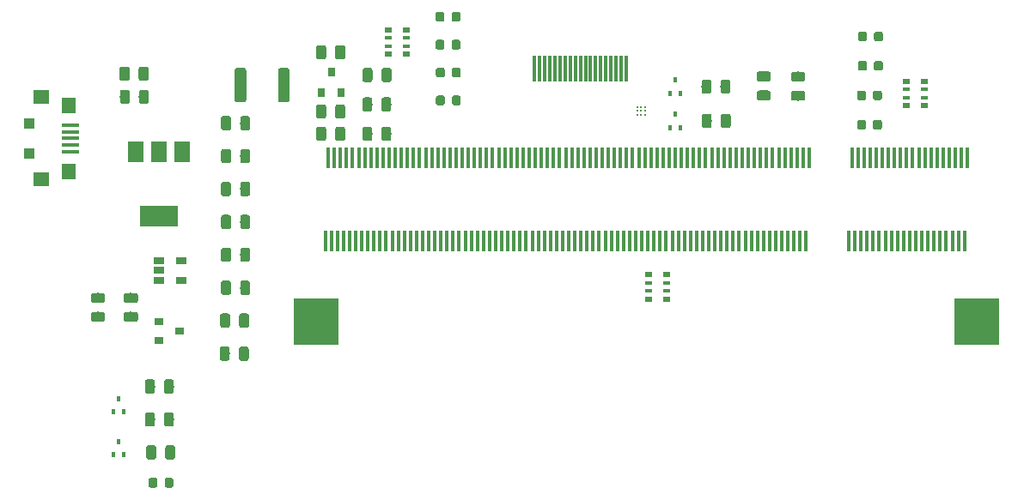
<source format=gbr>
G04 #@! TF.GenerationSoftware,KiCad,Pcbnew,5.1.2*
G04 #@! TF.CreationDate,2019-05-26T21:54:26-05:00*
G04 #@! TF.ProjectId,HackenTop-BreakoutTest,4861636b-656e-4546-9f70-2d427265616b,rev?*
G04 #@! TF.SameCoordinates,Original*
G04 #@! TF.FileFunction,Paste,Top*
G04 #@! TF.FilePolarity,Positive*
%FSLAX46Y46*%
G04 Gerber Fmt 4.6, Leading zero omitted, Abs format (unit mm)*
G04 Created by KiCad (PCBNEW 5.1.2) date 2019-05-26 21:54:26*
%MOMM*%
%LPD*%
G04 APERTURE LIST*
%ADD10R,0.400000X0.510000*%
%ADD11C,0.250000*%
%ADD12R,0.300000X2.650000*%
%ADD13C,0.100000*%
%ADD14C,0.975000*%
%ADD15C,0.875000*%
%ADD16C,1.125000*%
%ADD17R,1.000000X1.100000*%
%ADD18R,1.500000X1.350000*%
%ADD19R,1.800000X0.400000*%
%ADD20R,1.400000X1.500000*%
%ADD21R,0.800000X0.500000*%
%ADD22R,0.800000X0.400000*%
%ADD23R,1.500000X2.000000*%
%ADD24R,3.800000X2.000000*%
%ADD25R,1.060000X0.650000*%
%ADD26R,0.800000X0.900000*%
%ADD27R,0.350000X2.000000*%
%ADD28R,4.500000X4.600000*%
%ADD29R,0.900000X0.800000*%
G04 APERTURE END LIST*
D10*
X178630000Y-51490000D03*
X179130000Y-52790000D03*
X178130000Y-52790000D03*
D11*
X174880000Y-54940000D03*
X174880000Y-54540000D03*
X174880000Y-54140000D03*
X175280000Y-54940000D03*
X175280000Y-54540000D03*
X175280000Y-54140000D03*
X175680000Y-54940000D03*
X175680000Y-54540000D03*
X175680000Y-54140000D03*
D12*
X173800000Y-50375000D03*
X173300000Y-50375000D03*
X172800000Y-50375000D03*
X172300000Y-50375000D03*
X171800000Y-50375000D03*
X171300000Y-50375000D03*
X170800000Y-50375000D03*
X170300000Y-50375000D03*
X169800000Y-50375000D03*
X169300000Y-50375000D03*
X168800000Y-50375000D03*
X168300000Y-50375000D03*
X167800000Y-50375000D03*
X167300000Y-50375000D03*
X166800000Y-50375000D03*
X166300000Y-50375000D03*
X165800000Y-50375000D03*
X165300000Y-50375000D03*
X164800000Y-50375000D03*
D13*
G36*
X134642642Y-55051174D02*
G01*
X134666303Y-55054684D01*
X134689507Y-55060496D01*
X134712029Y-55068554D01*
X134733653Y-55078782D01*
X134754170Y-55091079D01*
X134773383Y-55105329D01*
X134791107Y-55121393D01*
X134807171Y-55139117D01*
X134821421Y-55158330D01*
X134833718Y-55178847D01*
X134843946Y-55200471D01*
X134852004Y-55222993D01*
X134857816Y-55246197D01*
X134861326Y-55269858D01*
X134862500Y-55293750D01*
X134862500Y-56206250D01*
X134861326Y-56230142D01*
X134857816Y-56253803D01*
X134852004Y-56277007D01*
X134843946Y-56299529D01*
X134833718Y-56321153D01*
X134821421Y-56341670D01*
X134807171Y-56360883D01*
X134791107Y-56378607D01*
X134773383Y-56394671D01*
X134754170Y-56408921D01*
X134733653Y-56421218D01*
X134712029Y-56431446D01*
X134689507Y-56439504D01*
X134666303Y-56445316D01*
X134642642Y-56448826D01*
X134618750Y-56450000D01*
X134131250Y-56450000D01*
X134107358Y-56448826D01*
X134083697Y-56445316D01*
X134060493Y-56439504D01*
X134037971Y-56431446D01*
X134016347Y-56421218D01*
X133995830Y-56408921D01*
X133976617Y-56394671D01*
X133958893Y-56378607D01*
X133942829Y-56360883D01*
X133928579Y-56341670D01*
X133916282Y-56321153D01*
X133906054Y-56299529D01*
X133897996Y-56277007D01*
X133892184Y-56253803D01*
X133888674Y-56230142D01*
X133887500Y-56206250D01*
X133887500Y-55293750D01*
X133888674Y-55269858D01*
X133892184Y-55246197D01*
X133897996Y-55222993D01*
X133906054Y-55200471D01*
X133916282Y-55178847D01*
X133928579Y-55158330D01*
X133942829Y-55139117D01*
X133958893Y-55121393D01*
X133976617Y-55105329D01*
X133995830Y-55091079D01*
X134016347Y-55078782D01*
X134037971Y-55068554D01*
X134060493Y-55060496D01*
X134083697Y-55054684D01*
X134107358Y-55051174D01*
X134131250Y-55050000D01*
X134618750Y-55050000D01*
X134642642Y-55051174D01*
X134642642Y-55051174D01*
G37*
D14*
X134375000Y-55750000D03*
D13*
G36*
X136517642Y-55051174D02*
G01*
X136541303Y-55054684D01*
X136564507Y-55060496D01*
X136587029Y-55068554D01*
X136608653Y-55078782D01*
X136629170Y-55091079D01*
X136648383Y-55105329D01*
X136666107Y-55121393D01*
X136682171Y-55139117D01*
X136696421Y-55158330D01*
X136708718Y-55178847D01*
X136718946Y-55200471D01*
X136727004Y-55222993D01*
X136732816Y-55246197D01*
X136736326Y-55269858D01*
X136737500Y-55293750D01*
X136737500Y-56206250D01*
X136736326Y-56230142D01*
X136732816Y-56253803D01*
X136727004Y-56277007D01*
X136718946Y-56299529D01*
X136708718Y-56321153D01*
X136696421Y-56341670D01*
X136682171Y-56360883D01*
X136666107Y-56378607D01*
X136648383Y-56394671D01*
X136629170Y-56408921D01*
X136608653Y-56421218D01*
X136587029Y-56431446D01*
X136564507Y-56439504D01*
X136541303Y-56445316D01*
X136517642Y-56448826D01*
X136493750Y-56450000D01*
X136006250Y-56450000D01*
X135982358Y-56448826D01*
X135958697Y-56445316D01*
X135935493Y-56439504D01*
X135912971Y-56431446D01*
X135891347Y-56421218D01*
X135870830Y-56408921D01*
X135851617Y-56394671D01*
X135833893Y-56378607D01*
X135817829Y-56360883D01*
X135803579Y-56341670D01*
X135791282Y-56321153D01*
X135781054Y-56299529D01*
X135772996Y-56277007D01*
X135767184Y-56253803D01*
X135763674Y-56230142D01*
X135762500Y-56206250D01*
X135762500Y-55293750D01*
X135763674Y-55269858D01*
X135767184Y-55246197D01*
X135772996Y-55222993D01*
X135781054Y-55200471D01*
X135791282Y-55178847D01*
X135803579Y-55158330D01*
X135817829Y-55139117D01*
X135833893Y-55121393D01*
X135851617Y-55105329D01*
X135870830Y-55091079D01*
X135891347Y-55078782D01*
X135912971Y-55068554D01*
X135935493Y-55060496D01*
X135958697Y-55054684D01*
X135982358Y-55051174D01*
X136006250Y-55050000D01*
X136493750Y-55050000D01*
X136517642Y-55051174D01*
X136517642Y-55051174D01*
G37*
D14*
X136250000Y-55750000D03*
D13*
G36*
X136517642Y-61551174D02*
G01*
X136541303Y-61554684D01*
X136564507Y-61560496D01*
X136587029Y-61568554D01*
X136608653Y-61578782D01*
X136629170Y-61591079D01*
X136648383Y-61605329D01*
X136666107Y-61621393D01*
X136682171Y-61639117D01*
X136696421Y-61658330D01*
X136708718Y-61678847D01*
X136718946Y-61700471D01*
X136727004Y-61722993D01*
X136732816Y-61746197D01*
X136736326Y-61769858D01*
X136737500Y-61793750D01*
X136737500Y-62706250D01*
X136736326Y-62730142D01*
X136732816Y-62753803D01*
X136727004Y-62777007D01*
X136718946Y-62799529D01*
X136708718Y-62821153D01*
X136696421Y-62841670D01*
X136682171Y-62860883D01*
X136666107Y-62878607D01*
X136648383Y-62894671D01*
X136629170Y-62908921D01*
X136608653Y-62921218D01*
X136587029Y-62931446D01*
X136564507Y-62939504D01*
X136541303Y-62945316D01*
X136517642Y-62948826D01*
X136493750Y-62950000D01*
X136006250Y-62950000D01*
X135982358Y-62948826D01*
X135958697Y-62945316D01*
X135935493Y-62939504D01*
X135912971Y-62931446D01*
X135891347Y-62921218D01*
X135870830Y-62908921D01*
X135851617Y-62894671D01*
X135833893Y-62878607D01*
X135817829Y-62860883D01*
X135803579Y-62841670D01*
X135791282Y-62821153D01*
X135781054Y-62799529D01*
X135772996Y-62777007D01*
X135767184Y-62753803D01*
X135763674Y-62730142D01*
X135762500Y-62706250D01*
X135762500Y-61793750D01*
X135763674Y-61769858D01*
X135767184Y-61746197D01*
X135772996Y-61722993D01*
X135781054Y-61700471D01*
X135791282Y-61678847D01*
X135803579Y-61658330D01*
X135817829Y-61639117D01*
X135833893Y-61621393D01*
X135851617Y-61605329D01*
X135870830Y-61591079D01*
X135891347Y-61578782D01*
X135912971Y-61568554D01*
X135935493Y-61560496D01*
X135958697Y-61554684D01*
X135982358Y-61551174D01*
X136006250Y-61550000D01*
X136493750Y-61550000D01*
X136517642Y-61551174D01*
X136517642Y-61551174D01*
G37*
D14*
X136250000Y-62250000D03*
D13*
G36*
X134642642Y-61551174D02*
G01*
X134666303Y-61554684D01*
X134689507Y-61560496D01*
X134712029Y-61568554D01*
X134733653Y-61578782D01*
X134754170Y-61591079D01*
X134773383Y-61605329D01*
X134791107Y-61621393D01*
X134807171Y-61639117D01*
X134821421Y-61658330D01*
X134833718Y-61678847D01*
X134843946Y-61700471D01*
X134852004Y-61722993D01*
X134857816Y-61746197D01*
X134861326Y-61769858D01*
X134862500Y-61793750D01*
X134862500Y-62706250D01*
X134861326Y-62730142D01*
X134857816Y-62753803D01*
X134852004Y-62777007D01*
X134843946Y-62799529D01*
X134833718Y-62821153D01*
X134821421Y-62841670D01*
X134807171Y-62860883D01*
X134791107Y-62878607D01*
X134773383Y-62894671D01*
X134754170Y-62908921D01*
X134733653Y-62921218D01*
X134712029Y-62931446D01*
X134689507Y-62939504D01*
X134666303Y-62945316D01*
X134642642Y-62948826D01*
X134618750Y-62950000D01*
X134131250Y-62950000D01*
X134107358Y-62948826D01*
X134083697Y-62945316D01*
X134060493Y-62939504D01*
X134037971Y-62931446D01*
X134016347Y-62921218D01*
X133995830Y-62908921D01*
X133976617Y-62894671D01*
X133958893Y-62878607D01*
X133942829Y-62860883D01*
X133928579Y-62841670D01*
X133916282Y-62821153D01*
X133906054Y-62799529D01*
X133897996Y-62777007D01*
X133892184Y-62753803D01*
X133888674Y-62730142D01*
X133887500Y-62706250D01*
X133887500Y-61793750D01*
X133888674Y-61769858D01*
X133892184Y-61746197D01*
X133897996Y-61722993D01*
X133906054Y-61700471D01*
X133916282Y-61678847D01*
X133928579Y-61658330D01*
X133942829Y-61639117D01*
X133958893Y-61621393D01*
X133976617Y-61605329D01*
X133995830Y-61591079D01*
X134016347Y-61578782D01*
X134037971Y-61568554D01*
X134060493Y-61560496D01*
X134083697Y-61554684D01*
X134107358Y-61551174D01*
X134131250Y-61550000D01*
X134618750Y-61550000D01*
X134642642Y-61551174D01*
X134642642Y-61551174D01*
G37*
D14*
X134375000Y-62250000D03*
D13*
G36*
X134642642Y-58301174D02*
G01*
X134666303Y-58304684D01*
X134689507Y-58310496D01*
X134712029Y-58318554D01*
X134733653Y-58328782D01*
X134754170Y-58341079D01*
X134773383Y-58355329D01*
X134791107Y-58371393D01*
X134807171Y-58389117D01*
X134821421Y-58408330D01*
X134833718Y-58428847D01*
X134843946Y-58450471D01*
X134852004Y-58472993D01*
X134857816Y-58496197D01*
X134861326Y-58519858D01*
X134862500Y-58543750D01*
X134862500Y-59456250D01*
X134861326Y-59480142D01*
X134857816Y-59503803D01*
X134852004Y-59527007D01*
X134843946Y-59549529D01*
X134833718Y-59571153D01*
X134821421Y-59591670D01*
X134807171Y-59610883D01*
X134791107Y-59628607D01*
X134773383Y-59644671D01*
X134754170Y-59658921D01*
X134733653Y-59671218D01*
X134712029Y-59681446D01*
X134689507Y-59689504D01*
X134666303Y-59695316D01*
X134642642Y-59698826D01*
X134618750Y-59700000D01*
X134131250Y-59700000D01*
X134107358Y-59698826D01*
X134083697Y-59695316D01*
X134060493Y-59689504D01*
X134037971Y-59681446D01*
X134016347Y-59671218D01*
X133995830Y-59658921D01*
X133976617Y-59644671D01*
X133958893Y-59628607D01*
X133942829Y-59610883D01*
X133928579Y-59591670D01*
X133916282Y-59571153D01*
X133906054Y-59549529D01*
X133897996Y-59527007D01*
X133892184Y-59503803D01*
X133888674Y-59480142D01*
X133887500Y-59456250D01*
X133887500Y-58543750D01*
X133888674Y-58519858D01*
X133892184Y-58496197D01*
X133897996Y-58472993D01*
X133906054Y-58450471D01*
X133916282Y-58428847D01*
X133928579Y-58408330D01*
X133942829Y-58389117D01*
X133958893Y-58371393D01*
X133976617Y-58355329D01*
X133995830Y-58341079D01*
X134016347Y-58328782D01*
X134037971Y-58318554D01*
X134060493Y-58310496D01*
X134083697Y-58304684D01*
X134107358Y-58301174D01*
X134131250Y-58300000D01*
X134618750Y-58300000D01*
X134642642Y-58301174D01*
X134642642Y-58301174D01*
G37*
D14*
X134375000Y-59000000D03*
D13*
G36*
X136517642Y-58301174D02*
G01*
X136541303Y-58304684D01*
X136564507Y-58310496D01*
X136587029Y-58318554D01*
X136608653Y-58328782D01*
X136629170Y-58341079D01*
X136648383Y-58355329D01*
X136666107Y-58371393D01*
X136682171Y-58389117D01*
X136696421Y-58408330D01*
X136708718Y-58428847D01*
X136718946Y-58450471D01*
X136727004Y-58472993D01*
X136732816Y-58496197D01*
X136736326Y-58519858D01*
X136737500Y-58543750D01*
X136737500Y-59456250D01*
X136736326Y-59480142D01*
X136732816Y-59503803D01*
X136727004Y-59527007D01*
X136718946Y-59549529D01*
X136708718Y-59571153D01*
X136696421Y-59591670D01*
X136682171Y-59610883D01*
X136666107Y-59628607D01*
X136648383Y-59644671D01*
X136629170Y-59658921D01*
X136608653Y-59671218D01*
X136587029Y-59681446D01*
X136564507Y-59689504D01*
X136541303Y-59695316D01*
X136517642Y-59698826D01*
X136493750Y-59700000D01*
X136006250Y-59700000D01*
X135982358Y-59698826D01*
X135958697Y-59695316D01*
X135935493Y-59689504D01*
X135912971Y-59681446D01*
X135891347Y-59671218D01*
X135870830Y-59658921D01*
X135851617Y-59644671D01*
X135833893Y-59628607D01*
X135817829Y-59610883D01*
X135803579Y-59591670D01*
X135791282Y-59571153D01*
X135781054Y-59549529D01*
X135772996Y-59527007D01*
X135767184Y-59503803D01*
X135763674Y-59480142D01*
X135762500Y-59456250D01*
X135762500Y-58543750D01*
X135763674Y-58519858D01*
X135767184Y-58496197D01*
X135772996Y-58472993D01*
X135781054Y-58450471D01*
X135791282Y-58428847D01*
X135803579Y-58408330D01*
X135817829Y-58389117D01*
X135833893Y-58371393D01*
X135851617Y-58355329D01*
X135870830Y-58341079D01*
X135891347Y-58328782D01*
X135912971Y-58318554D01*
X135935493Y-58310496D01*
X135958697Y-58304684D01*
X135982358Y-58301174D01*
X136006250Y-58300000D01*
X136493750Y-58300000D01*
X136517642Y-58301174D01*
X136517642Y-58301174D01*
G37*
D14*
X136250000Y-59000000D03*
D13*
G36*
X136517642Y-64801174D02*
G01*
X136541303Y-64804684D01*
X136564507Y-64810496D01*
X136587029Y-64818554D01*
X136608653Y-64828782D01*
X136629170Y-64841079D01*
X136648383Y-64855329D01*
X136666107Y-64871393D01*
X136682171Y-64889117D01*
X136696421Y-64908330D01*
X136708718Y-64928847D01*
X136718946Y-64950471D01*
X136727004Y-64972993D01*
X136732816Y-64996197D01*
X136736326Y-65019858D01*
X136737500Y-65043750D01*
X136737500Y-65956250D01*
X136736326Y-65980142D01*
X136732816Y-66003803D01*
X136727004Y-66027007D01*
X136718946Y-66049529D01*
X136708718Y-66071153D01*
X136696421Y-66091670D01*
X136682171Y-66110883D01*
X136666107Y-66128607D01*
X136648383Y-66144671D01*
X136629170Y-66158921D01*
X136608653Y-66171218D01*
X136587029Y-66181446D01*
X136564507Y-66189504D01*
X136541303Y-66195316D01*
X136517642Y-66198826D01*
X136493750Y-66200000D01*
X136006250Y-66200000D01*
X135982358Y-66198826D01*
X135958697Y-66195316D01*
X135935493Y-66189504D01*
X135912971Y-66181446D01*
X135891347Y-66171218D01*
X135870830Y-66158921D01*
X135851617Y-66144671D01*
X135833893Y-66128607D01*
X135817829Y-66110883D01*
X135803579Y-66091670D01*
X135791282Y-66071153D01*
X135781054Y-66049529D01*
X135772996Y-66027007D01*
X135767184Y-66003803D01*
X135763674Y-65980142D01*
X135762500Y-65956250D01*
X135762500Y-65043750D01*
X135763674Y-65019858D01*
X135767184Y-64996197D01*
X135772996Y-64972993D01*
X135781054Y-64950471D01*
X135791282Y-64928847D01*
X135803579Y-64908330D01*
X135817829Y-64889117D01*
X135833893Y-64871393D01*
X135851617Y-64855329D01*
X135870830Y-64841079D01*
X135891347Y-64828782D01*
X135912971Y-64818554D01*
X135935493Y-64810496D01*
X135958697Y-64804684D01*
X135982358Y-64801174D01*
X136006250Y-64800000D01*
X136493750Y-64800000D01*
X136517642Y-64801174D01*
X136517642Y-64801174D01*
G37*
D14*
X136250000Y-65500000D03*
D13*
G36*
X134642642Y-64801174D02*
G01*
X134666303Y-64804684D01*
X134689507Y-64810496D01*
X134712029Y-64818554D01*
X134733653Y-64828782D01*
X134754170Y-64841079D01*
X134773383Y-64855329D01*
X134791107Y-64871393D01*
X134807171Y-64889117D01*
X134821421Y-64908330D01*
X134833718Y-64928847D01*
X134843946Y-64950471D01*
X134852004Y-64972993D01*
X134857816Y-64996197D01*
X134861326Y-65019858D01*
X134862500Y-65043750D01*
X134862500Y-65956250D01*
X134861326Y-65980142D01*
X134857816Y-66003803D01*
X134852004Y-66027007D01*
X134843946Y-66049529D01*
X134833718Y-66071153D01*
X134821421Y-66091670D01*
X134807171Y-66110883D01*
X134791107Y-66128607D01*
X134773383Y-66144671D01*
X134754170Y-66158921D01*
X134733653Y-66171218D01*
X134712029Y-66181446D01*
X134689507Y-66189504D01*
X134666303Y-66195316D01*
X134642642Y-66198826D01*
X134618750Y-66200000D01*
X134131250Y-66200000D01*
X134107358Y-66198826D01*
X134083697Y-66195316D01*
X134060493Y-66189504D01*
X134037971Y-66181446D01*
X134016347Y-66171218D01*
X133995830Y-66158921D01*
X133976617Y-66144671D01*
X133958893Y-66128607D01*
X133942829Y-66110883D01*
X133928579Y-66091670D01*
X133916282Y-66071153D01*
X133906054Y-66049529D01*
X133897996Y-66027007D01*
X133892184Y-66003803D01*
X133888674Y-65980142D01*
X133887500Y-65956250D01*
X133887500Y-65043750D01*
X133888674Y-65019858D01*
X133892184Y-64996197D01*
X133897996Y-64972993D01*
X133906054Y-64950471D01*
X133916282Y-64928847D01*
X133928579Y-64908330D01*
X133942829Y-64889117D01*
X133958893Y-64871393D01*
X133976617Y-64855329D01*
X133995830Y-64841079D01*
X134016347Y-64828782D01*
X134037971Y-64818554D01*
X134060493Y-64810496D01*
X134083697Y-64804684D01*
X134107358Y-64801174D01*
X134131250Y-64800000D01*
X134618750Y-64800000D01*
X134642642Y-64801174D01*
X134642642Y-64801174D01*
G37*
D14*
X134375000Y-65500000D03*
D13*
G36*
X134642642Y-68051174D02*
G01*
X134666303Y-68054684D01*
X134689507Y-68060496D01*
X134712029Y-68068554D01*
X134733653Y-68078782D01*
X134754170Y-68091079D01*
X134773383Y-68105329D01*
X134791107Y-68121393D01*
X134807171Y-68139117D01*
X134821421Y-68158330D01*
X134833718Y-68178847D01*
X134843946Y-68200471D01*
X134852004Y-68222993D01*
X134857816Y-68246197D01*
X134861326Y-68269858D01*
X134862500Y-68293750D01*
X134862500Y-69206250D01*
X134861326Y-69230142D01*
X134857816Y-69253803D01*
X134852004Y-69277007D01*
X134843946Y-69299529D01*
X134833718Y-69321153D01*
X134821421Y-69341670D01*
X134807171Y-69360883D01*
X134791107Y-69378607D01*
X134773383Y-69394671D01*
X134754170Y-69408921D01*
X134733653Y-69421218D01*
X134712029Y-69431446D01*
X134689507Y-69439504D01*
X134666303Y-69445316D01*
X134642642Y-69448826D01*
X134618750Y-69450000D01*
X134131250Y-69450000D01*
X134107358Y-69448826D01*
X134083697Y-69445316D01*
X134060493Y-69439504D01*
X134037971Y-69431446D01*
X134016347Y-69421218D01*
X133995830Y-69408921D01*
X133976617Y-69394671D01*
X133958893Y-69378607D01*
X133942829Y-69360883D01*
X133928579Y-69341670D01*
X133916282Y-69321153D01*
X133906054Y-69299529D01*
X133897996Y-69277007D01*
X133892184Y-69253803D01*
X133888674Y-69230142D01*
X133887500Y-69206250D01*
X133887500Y-68293750D01*
X133888674Y-68269858D01*
X133892184Y-68246197D01*
X133897996Y-68222993D01*
X133906054Y-68200471D01*
X133916282Y-68178847D01*
X133928579Y-68158330D01*
X133942829Y-68139117D01*
X133958893Y-68121393D01*
X133976617Y-68105329D01*
X133995830Y-68091079D01*
X134016347Y-68078782D01*
X134037971Y-68068554D01*
X134060493Y-68060496D01*
X134083697Y-68054684D01*
X134107358Y-68051174D01*
X134131250Y-68050000D01*
X134618750Y-68050000D01*
X134642642Y-68051174D01*
X134642642Y-68051174D01*
G37*
D14*
X134375000Y-68750000D03*
D13*
G36*
X136517642Y-68051174D02*
G01*
X136541303Y-68054684D01*
X136564507Y-68060496D01*
X136587029Y-68068554D01*
X136608653Y-68078782D01*
X136629170Y-68091079D01*
X136648383Y-68105329D01*
X136666107Y-68121393D01*
X136682171Y-68139117D01*
X136696421Y-68158330D01*
X136708718Y-68178847D01*
X136718946Y-68200471D01*
X136727004Y-68222993D01*
X136732816Y-68246197D01*
X136736326Y-68269858D01*
X136737500Y-68293750D01*
X136737500Y-69206250D01*
X136736326Y-69230142D01*
X136732816Y-69253803D01*
X136727004Y-69277007D01*
X136718946Y-69299529D01*
X136708718Y-69321153D01*
X136696421Y-69341670D01*
X136682171Y-69360883D01*
X136666107Y-69378607D01*
X136648383Y-69394671D01*
X136629170Y-69408921D01*
X136608653Y-69421218D01*
X136587029Y-69431446D01*
X136564507Y-69439504D01*
X136541303Y-69445316D01*
X136517642Y-69448826D01*
X136493750Y-69450000D01*
X136006250Y-69450000D01*
X135982358Y-69448826D01*
X135958697Y-69445316D01*
X135935493Y-69439504D01*
X135912971Y-69431446D01*
X135891347Y-69421218D01*
X135870830Y-69408921D01*
X135851617Y-69394671D01*
X135833893Y-69378607D01*
X135817829Y-69360883D01*
X135803579Y-69341670D01*
X135791282Y-69321153D01*
X135781054Y-69299529D01*
X135772996Y-69277007D01*
X135767184Y-69253803D01*
X135763674Y-69230142D01*
X135762500Y-69206250D01*
X135762500Y-68293750D01*
X135763674Y-68269858D01*
X135767184Y-68246197D01*
X135772996Y-68222993D01*
X135781054Y-68200471D01*
X135791282Y-68178847D01*
X135803579Y-68158330D01*
X135817829Y-68139117D01*
X135833893Y-68121393D01*
X135851617Y-68105329D01*
X135870830Y-68091079D01*
X135891347Y-68078782D01*
X135912971Y-68068554D01*
X135935493Y-68060496D01*
X135958697Y-68054684D01*
X135982358Y-68051174D01*
X136006250Y-68050000D01*
X136493750Y-68050000D01*
X136517642Y-68051174D01*
X136517642Y-68051174D01*
G37*
D14*
X136250000Y-68750000D03*
D13*
G36*
X144017642Y-48051174D02*
G01*
X144041303Y-48054684D01*
X144064507Y-48060496D01*
X144087029Y-48068554D01*
X144108653Y-48078782D01*
X144129170Y-48091079D01*
X144148383Y-48105329D01*
X144166107Y-48121393D01*
X144182171Y-48139117D01*
X144196421Y-48158330D01*
X144208718Y-48178847D01*
X144218946Y-48200471D01*
X144227004Y-48222993D01*
X144232816Y-48246197D01*
X144236326Y-48269858D01*
X144237500Y-48293750D01*
X144237500Y-49206250D01*
X144236326Y-49230142D01*
X144232816Y-49253803D01*
X144227004Y-49277007D01*
X144218946Y-49299529D01*
X144208718Y-49321153D01*
X144196421Y-49341670D01*
X144182171Y-49360883D01*
X144166107Y-49378607D01*
X144148383Y-49394671D01*
X144129170Y-49408921D01*
X144108653Y-49421218D01*
X144087029Y-49431446D01*
X144064507Y-49439504D01*
X144041303Y-49445316D01*
X144017642Y-49448826D01*
X143993750Y-49450000D01*
X143506250Y-49450000D01*
X143482358Y-49448826D01*
X143458697Y-49445316D01*
X143435493Y-49439504D01*
X143412971Y-49431446D01*
X143391347Y-49421218D01*
X143370830Y-49408921D01*
X143351617Y-49394671D01*
X143333893Y-49378607D01*
X143317829Y-49360883D01*
X143303579Y-49341670D01*
X143291282Y-49321153D01*
X143281054Y-49299529D01*
X143272996Y-49277007D01*
X143267184Y-49253803D01*
X143263674Y-49230142D01*
X143262500Y-49206250D01*
X143262500Y-48293750D01*
X143263674Y-48269858D01*
X143267184Y-48246197D01*
X143272996Y-48222993D01*
X143281054Y-48200471D01*
X143291282Y-48178847D01*
X143303579Y-48158330D01*
X143317829Y-48139117D01*
X143333893Y-48121393D01*
X143351617Y-48105329D01*
X143370830Y-48091079D01*
X143391347Y-48078782D01*
X143412971Y-48068554D01*
X143435493Y-48060496D01*
X143458697Y-48054684D01*
X143482358Y-48051174D01*
X143506250Y-48050000D01*
X143993750Y-48050000D01*
X144017642Y-48051174D01*
X144017642Y-48051174D01*
G37*
D14*
X143750000Y-48750000D03*
D13*
G36*
X145892642Y-48051174D02*
G01*
X145916303Y-48054684D01*
X145939507Y-48060496D01*
X145962029Y-48068554D01*
X145983653Y-48078782D01*
X146004170Y-48091079D01*
X146023383Y-48105329D01*
X146041107Y-48121393D01*
X146057171Y-48139117D01*
X146071421Y-48158330D01*
X146083718Y-48178847D01*
X146093946Y-48200471D01*
X146102004Y-48222993D01*
X146107816Y-48246197D01*
X146111326Y-48269858D01*
X146112500Y-48293750D01*
X146112500Y-49206250D01*
X146111326Y-49230142D01*
X146107816Y-49253803D01*
X146102004Y-49277007D01*
X146093946Y-49299529D01*
X146083718Y-49321153D01*
X146071421Y-49341670D01*
X146057171Y-49360883D01*
X146041107Y-49378607D01*
X146023383Y-49394671D01*
X146004170Y-49408921D01*
X145983653Y-49421218D01*
X145962029Y-49431446D01*
X145939507Y-49439504D01*
X145916303Y-49445316D01*
X145892642Y-49448826D01*
X145868750Y-49450000D01*
X145381250Y-49450000D01*
X145357358Y-49448826D01*
X145333697Y-49445316D01*
X145310493Y-49439504D01*
X145287971Y-49431446D01*
X145266347Y-49421218D01*
X145245830Y-49408921D01*
X145226617Y-49394671D01*
X145208893Y-49378607D01*
X145192829Y-49360883D01*
X145178579Y-49341670D01*
X145166282Y-49321153D01*
X145156054Y-49299529D01*
X145147996Y-49277007D01*
X145142184Y-49253803D01*
X145138674Y-49230142D01*
X145137500Y-49206250D01*
X145137500Y-48293750D01*
X145138674Y-48269858D01*
X145142184Y-48246197D01*
X145147996Y-48222993D01*
X145156054Y-48200471D01*
X145166282Y-48178847D01*
X145178579Y-48158330D01*
X145192829Y-48139117D01*
X145208893Y-48121393D01*
X145226617Y-48105329D01*
X145245830Y-48091079D01*
X145266347Y-48078782D01*
X145287971Y-48068554D01*
X145310493Y-48060496D01*
X145333697Y-48054684D01*
X145357358Y-48051174D01*
X145381250Y-48050000D01*
X145868750Y-48050000D01*
X145892642Y-48051174D01*
X145892642Y-48051174D01*
G37*
D14*
X145625000Y-48750000D03*
D13*
G36*
X148580142Y-50301174D02*
G01*
X148603803Y-50304684D01*
X148627007Y-50310496D01*
X148649529Y-50318554D01*
X148671153Y-50328782D01*
X148691670Y-50341079D01*
X148710883Y-50355329D01*
X148728607Y-50371393D01*
X148744671Y-50389117D01*
X148758921Y-50408330D01*
X148771218Y-50428847D01*
X148781446Y-50450471D01*
X148789504Y-50472993D01*
X148795316Y-50496197D01*
X148798826Y-50519858D01*
X148800000Y-50543750D01*
X148800000Y-51456250D01*
X148798826Y-51480142D01*
X148795316Y-51503803D01*
X148789504Y-51527007D01*
X148781446Y-51549529D01*
X148771218Y-51571153D01*
X148758921Y-51591670D01*
X148744671Y-51610883D01*
X148728607Y-51628607D01*
X148710883Y-51644671D01*
X148691670Y-51658921D01*
X148671153Y-51671218D01*
X148649529Y-51681446D01*
X148627007Y-51689504D01*
X148603803Y-51695316D01*
X148580142Y-51698826D01*
X148556250Y-51700000D01*
X148068750Y-51700000D01*
X148044858Y-51698826D01*
X148021197Y-51695316D01*
X147997993Y-51689504D01*
X147975471Y-51681446D01*
X147953847Y-51671218D01*
X147933330Y-51658921D01*
X147914117Y-51644671D01*
X147896393Y-51628607D01*
X147880329Y-51610883D01*
X147866079Y-51591670D01*
X147853782Y-51571153D01*
X147843554Y-51549529D01*
X147835496Y-51527007D01*
X147829684Y-51503803D01*
X147826174Y-51480142D01*
X147825000Y-51456250D01*
X147825000Y-50543750D01*
X147826174Y-50519858D01*
X147829684Y-50496197D01*
X147835496Y-50472993D01*
X147843554Y-50450471D01*
X147853782Y-50428847D01*
X147866079Y-50408330D01*
X147880329Y-50389117D01*
X147896393Y-50371393D01*
X147914117Y-50355329D01*
X147933330Y-50341079D01*
X147953847Y-50328782D01*
X147975471Y-50318554D01*
X147997993Y-50310496D01*
X148021197Y-50304684D01*
X148044858Y-50301174D01*
X148068750Y-50300000D01*
X148556250Y-50300000D01*
X148580142Y-50301174D01*
X148580142Y-50301174D01*
G37*
D14*
X148312500Y-51000000D03*
D13*
G36*
X150455142Y-50301174D02*
G01*
X150478803Y-50304684D01*
X150502007Y-50310496D01*
X150524529Y-50318554D01*
X150546153Y-50328782D01*
X150566670Y-50341079D01*
X150585883Y-50355329D01*
X150603607Y-50371393D01*
X150619671Y-50389117D01*
X150633921Y-50408330D01*
X150646218Y-50428847D01*
X150656446Y-50450471D01*
X150664504Y-50472993D01*
X150670316Y-50496197D01*
X150673826Y-50519858D01*
X150675000Y-50543750D01*
X150675000Y-51456250D01*
X150673826Y-51480142D01*
X150670316Y-51503803D01*
X150664504Y-51527007D01*
X150656446Y-51549529D01*
X150646218Y-51571153D01*
X150633921Y-51591670D01*
X150619671Y-51610883D01*
X150603607Y-51628607D01*
X150585883Y-51644671D01*
X150566670Y-51658921D01*
X150546153Y-51671218D01*
X150524529Y-51681446D01*
X150502007Y-51689504D01*
X150478803Y-51695316D01*
X150455142Y-51698826D01*
X150431250Y-51700000D01*
X149943750Y-51700000D01*
X149919858Y-51698826D01*
X149896197Y-51695316D01*
X149872993Y-51689504D01*
X149850471Y-51681446D01*
X149828847Y-51671218D01*
X149808330Y-51658921D01*
X149789117Y-51644671D01*
X149771393Y-51628607D01*
X149755329Y-51610883D01*
X149741079Y-51591670D01*
X149728782Y-51571153D01*
X149718554Y-51549529D01*
X149710496Y-51527007D01*
X149704684Y-51503803D01*
X149701174Y-51480142D01*
X149700000Y-51456250D01*
X149700000Y-50543750D01*
X149701174Y-50519858D01*
X149704684Y-50496197D01*
X149710496Y-50472993D01*
X149718554Y-50450471D01*
X149728782Y-50428847D01*
X149741079Y-50408330D01*
X149755329Y-50389117D01*
X149771393Y-50371393D01*
X149789117Y-50355329D01*
X149808330Y-50341079D01*
X149828847Y-50328782D01*
X149850471Y-50318554D01*
X149872993Y-50310496D01*
X149896197Y-50304684D01*
X149919858Y-50301174D01*
X149943750Y-50300000D01*
X150431250Y-50300000D01*
X150455142Y-50301174D01*
X150455142Y-50301174D01*
G37*
D14*
X150187500Y-51000000D03*
D13*
G36*
X136517642Y-71301174D02*
G01*
X136541303Y-71304684D01*
X136564507Y-71310496D01*
X136587029Y-71318554D01*
X136608653Y-71328782D01*
X136629170Y-71341079D01*
X136648383Y-71355329D01*
X136666107Y-71371393D01*
X136682171Y-71389117D01*
X136696421Y-71408330D01*
X136708718Y-71428847D01*
X136718946Y-71450471D01*
X136727004Y-71472993D01*
X136732816Y-71496197D01*
X136736326Y-71519858D01*
X136737500Y-71543750D01*
X136737500Y-72456250D01*
X136736326Y-72480142D01*
X136732816Y-72503803D01*
X136727004Y-72527007D01*
X136718946Y-72549529D01*
X136708718Y-72571153D01*
X136696421Y-72591670D01*
X136682171Y-72610883D01*
X136666107Y-72628607D01*
X136648383Y-72644671D01*
X136629170Y-72658921D01*
X136608653Y-72671218D01*
X136587029Y-72681446D01*
X136564507Y-72689504D01*
X136541303Y-72695316D01*
X136517642Y-72698826D01*
X136493750Y-72700000D01*
X136006250Y-72700000D01*
X135982358Y-72698826D01*
X135958697Y-72695316D01*
X135935493Y-72689504D01*
X135912971Y-72681446D01*
X135891347Y-72671218D01*
X135870830Y-72658921D01*
X135851617Y-72644671D01*
X135833893Y-72628607D01*
X135817829Y-72610883D01*
X135803579Y-72591670D01*
X135791282Y-72571153D01*
X135781054Y-72549529D01*
X135772996Y-72527007D01*
X135767184Y-72503803D01*
X135763674Y-72480142D01*
X135762500Y-72456250D01*
X135762500Y-71543750D01*
X135763674Y-71519858D01*
X135767184Y-71496197D01*
X135772996Y-71472993D01*
X135781054Y-71450471D01*
X135791282Y-71428847D01*
X135803579Y-71408330D01*
X135817829Y-71389117D01*
X135833893Y-71371393D01*
X135851617Y-71355329D01*
X135870830Y-71341079D01*
X135891347Y-71328782D01*
X135912971Y-71318554D01*
X135935493Y-71310496D01*
X135958697Y-71304684D01*
X135982358Y-71301174D01*
X136006250Y-71300000D01*
X136493750Y-71300000D01*
X136517642Y-71301174D01*
X136517642Y-71301174D01*
G37*
D14*
X136250000Y-72000000D03*
D13*
G36*
X134642642Y-71301174D02*
G01*
X134666303Y-71304684D01*
X134689507Y-71310496D01*
X134712029Y-71318554D01*
X134733653Y-71328782D01*
X134754170Y-71341079D01*
X134773383Y-71355329D01*
X134791107Y-71371393D01*
X134807171Y-71389117D01*
X134821421Y-71408330D01*
X134833718Y-71428847D01*
X134843946Y-71450471D01*
X134852004Y-71472993D01*
X134857816Y-71496197D01*
X134861326Y-71519858D01*
X134862500Y-71543750D01*
X134862500Y-72456250D01*
X134861326Y-72480142D01*
X134857816Y-72503803D01*
X134852004Y-72527007D01*
X134843946Y-72549529D01*
X134833718Y-72571153D01*
X134821421Y-72591670D01*
X134807171Y-72610883D01*
X134791107Y-72628607D01*
X134773383Y-72644671D01*
X134754170Y-72658921D01*
X134733653Y-72671218D01*
X134712029Y-72681446D01*
X134689507Y-72689504D01*
X134666303Y-72695316D01*
X134642642Y-72698826D01*
X134618750Y-72700000D01*
X134131250Y-72700000D01*
X134107358Y-72698826D01*
X134083697Y-72695316D01*
X134060493Y-72689504D01*
X134037971Y-72681446D01*
X134016347Y-72671218D01*
X133995830Y-72658921D01*
X133976617Y-72644671D01*
X133958893Y-72628607D01*
X133942829Y-72610883D01*
X133928579Y-72591670D01*
X133916282Y-72571153D01*
X133906054Y-72549529D01*
X133897996Y-72527007D01*
X133892184Y-72503803D01*
X133888674Y-72480142D01*
X133887500Y-72456250D01*
X133887500Y-71543750D01*
X133888674Y-71519858D01*
X133892184Y-71496197D01*
X133897996Y-71472993D01*
X133906054Y-71450471D01*
X133916282Y-71428847D01*
X133928579Y-71408330D01*
X133942829Y-71389117D01*
X133958893Y-71371393D01*
X133976617Y-71355329D01*
X133995830Y-71341079D01*
X134016347Y-71328782D01*
X134037971Y-71318554D01*
X134060493Y-71310496D01*
X134083697Y-71304684D01*
X134107358Y-71301174D01*
X134131250Y-71300000D01*
X134618750Y-71300000D01*
X134642642Y-71301174D01*
X134642642Y-71301174D01*
G37*
D14*
X134375000Y-72000000D03*
D13*
G36*
X144017642Y-53901174D02*
G01*
X144041303Y-53904684D01*
X144064507Y-53910496D01*
X144087029Y-53918554D01*
X144108653Y-53928782D01*
X144129170Y-53941079D01*
X144148383Y-53955329D01*
X144166107Y-53971393D01*
X144182171Y-53989117D01*
X144196421Y-54008330D01*
X144208718Y-54028847D01*
X144218946Y-54050471D01*
X144227004Y-54072993D01*
X144232816Y-54096197D01*
X144236326Y-54119858D01*
X144237500Y-54143750D01*
X144237500Y-55056250D01*
X144236326Y-55080142D01*
X144232816Y-55103803D01*
X144227004Y-55127007D01*
X144218946Y-55149529D01*
X144208718Y-55171153D01*
X144196421Y-55191670D01*
X144182171Y-55210883D01*
X144166107Y-55228607D01*
X144148383Y-55244671D01*
X144129170Y-55258921D01*
X144108653Y-55271218D01*
X144087029Y-55281446D01*
X144064507Y-55289504D01*
X144041303Y-55295316D01*
X144017642Y-55298826D01*
X143993750Y-55300000D01*
X143506250Y-55300000D01*
X143482358Y-55298826D01*
X143458697Y-55295316D01*
X143435493Y-55289504D01*
X143412971Y-55281446D01*
X143391347Y-55271218D01*
X143370830Y-55258921D01*
X143351617Y-55244671D01*
X143333893Y-55228607D01*
X143317829Y-55210883D01*
X143303579Y-55191670D01*
X143291282Y-55171153D01*
X143281054Y-55149529D01*
X143272996Y-55127007D01*
X143267184Y-55103803D01*
X143263674Y-55080142D01*
X143262500Y-55056250D01*
X143262500Y-54143750D01*
X143263674Y-54119858D01*
X143267184Y-54096197D01*
X143272996Y-54072993D01*
X143281054Y-54050471D01*
X143291282Y-54028847D01*
X143303579Y-54008330D01*
X143317829Y-53989117D01*
X143333893Y-53971393D01*
X143351617Y-53955329D01*
X143370830Y-53941079D01*
X143391347Y-53928782D01*
X143412971Y-53918554D01*
X143435493Y-53910496D01*
X143458697Y-53904684D01*
X143482358Y-53901174D01*
X143506250Y-53900000D01*
X143993750Y-53900000D01*
X144017642Y-53901174D01*
X144017642Y-53901174D01*
G37*
D14*
X143750000Y-54600000D03*
D13*
G36*
X145892642Y-53901174D02*
G01*
X145916303Y-53904684D01*
X145939507Y-53910496D01*
X145962029Y-53918554D01*
X145983653Y-53928782D01*
X146004170Y-53941079D01*
X146023383Y-53955329D01*
X146041107Y-53971393D01*
X146057171Y-53989117D01*
X146071421Y-54008330D01*
X146083718Y-54028847D01*
X146093946Y-54050471D01*
X146102004Y-54072993D01*
X146107816Y-54096197D01*
X146111326Y-54119858D01*
X146112500Y-54143750D01*
X146112500Y-55056250D01*
X146111326Y-55080142D01*
X146107816Y-55103803D01*
X146102004Y-55127007D01*
X146093946Y-55149529D01*
X146083718Y-55171153D01*
X146071421Y-55191670D01*
X146057171Y-55210883D01*
X146041107Y-55228607D01*
X146023383Y-55244671D01*
X146004170Y-55258921D01*
X145983653Y-55271218D01*
X145962029Y-55281446D01*
X145939507Y-55289504D01*
X145916303Y-55295316D01*
X145892642Y-55298826D01*
X145868750Y-55300000D01*
X145381250Y-55300000D01*
X145357358Y-55298826D01*
X145333697Y-55295316D01*
X145310493Y-55289504D01*
X145287971Y-55281446D01*
X145266347Y-55271218D01*
X145245830Y-55258921D01*
X145226617Y-55244671D01*
X145208893Y-55228607D01*
X145192829Y-55210883D01*
X145178579Y-55191670D01*
X145166282Y-55171153D01*
X145156054Y-55149529D01*
X145147996Y-55127007D01*
X145142184Y-55103803D01*
X145138674Y-55080142D01*
X145137500Y-55056250D01*
X145137500Y-54143750D01*
X145138674Y-54119858D01*
X145142184Y-54096197D01*
X145147996Y-54072993D01*
X145156054Y-54050471D01*
X145166282Y-54028847D01*
X145178579Y-54008330D01*
X145192829Y-53989117D01*
X145208893Y-53971393D01*
X145226617Y-53955329D01*
X145245830Y-53941079D01*
X145266347Y-53928782D01*
X145287971Y-53918554D01*
X145310493Y-53910496D01*
X145333697Y-53904684D01*
X145357358Y-53901174D01*
X145381250Y-53900000D01*
X145868750Y-53900000D01*
X145892642Y-53901174D01*
X145892642Y-53901174D01*
G37*
D14*
X145625000Y-54600000D03*
D13*
G36*
X150442642Y-53201174D02*
G01*
X150466303Y-53204684D01*
X150489507Y-53210496D01*
X150512029Y-53218554D01*
X150533653Y-53228782D01*
X150554170Y-53241079D01*
X150573383Y-53255329D01*
X150591107Y-53271393D01*
X150607171Y-53289117D01*
X150621421Y-53308330D01*
X150633718Y-53328847D01*
X150643946Y-53350471D01*
X150652004Y-53372993D01*
X150657816Y-53396197D01*
X150661326Y-53419858D01*
X150662500Y-53443750D01*
X150662500Y-54356250D01*
X150661326Y-54380142D01*
X150657816Y-54403803D01*
X150652004Y-54427007D01*
X150643946Y-54449529D01*
X150633718Y-54471153D01*
X150621421Y-54491670D01*
X150607171Y-54510883D01*
X150591107Y-54528607D01*
X150573383Y-54544671D01*
X150554170Y-54558921D01*
X150533653Y-54571218D01*
X150512029Y-54581446D01*
X150489507Y-54589504D01*
X150466303Y-54595316D01*
X150442642Y-54598826D01*
X150418750Y-54600000D01*
X149931250Y-54600000D01*
X149907358Y-54598826D01*
X149883697Y-54595316D01*
X149860493Y-54589504D01*
X149837971Y-54581446D01*
X149816347Y-54571218D01*
X149795830Y-54558921D01*
X149776617Y-54544671D01*
X149758893Y-54528607D01*
X149742829Y-54510883D01*
X149728579Y-54491670D01*
X149716282Y-54471153D01*
X149706054Y-54449529D01*
X149697996Y-54427007D01*
X149692184Y-54403803D01*
X149688674Y-54380142D01*
X149687500Y-54356250D01*
X149687500Y-53443750D01*
X149688674Y-53419858D01*
X149692184Y-53396197D01*
X149697996Y-53372993D01*
X149706054Y-53350471D01*
X149716282Y-53328847D01*
X149728579Y-53308330D01*
X149742829Y-53289117D01*
X149758893Y-53271393D01*
X149776617Y-53255329D01*
X149795830Y-53241079D01*
X149816347Y-53228782D01*
X149837971Y-53218554D01*
X149860493Y-53210496D01*
X149883697Y-53204684D01*
X149907358Y-53201174D01*
X149931250Y-53200000D01*
X150418750Y-53200000D01*
X150442642Y-53201174D01*
X150442642Y-53201174D01*
G37*
D14*
X150175000Y-53900000D03*
D13*
G36*
X148567642Y-53201174D02*
G01*
X148591303Y-53204684D01*
X148614507Y-53210496D01*
X148637029Y-53218554D01*
X148658653Y-53228782D01*
X148679170Y-53241079D01*
X148698383Y-53255329D01*
X148716107Y-53271393D01*
X148732171Y-53289117D01*
X148746421Y-53308330D01*
X148758718Y-53328847D01*
X148768946Y-53350471D01*
X148777004Y-53372993D01*
X148782816Y-53396197D01*
X148786326Y-53419858D01*
X148787500Y-53443750D01*
X148787500Y-54356250D01*
X148786326Y-54380142D01*
X148782816Y-54403803D01*
X148777004Y-54427007D01*
X148768946Y-54449529D01*
X148758718Y-54471153D01*
X148746421Y-54491670D01*
X148732171Y-54510883D01*
X148716107Y-54528607D01*
X148698383Y-54544671D01*
X148679170Y-54558921D01*
X148658653Y-54571218D01*
X148637029Y-54581446D01*
X148614507Y-54589504D01*
X148591303Y-54595316D01*
X148567642Y-54598826D01*
X148543750Y-54600000D01*
X148056250Y-54600000D01*
X148032358Y-54598826D01*
X148008697Y-54595316D01*
X147985493Y-54589504D01*
X147962971Y-54581446D01*
X147941347Y-54571218D01*
X147920830Y-54558921D01*
X147901617Y-54544671D01*
X147883893Y-54528607D01*
X147867829Y-54510883D01*
X147853579Y-54491670D01*
X147841282Y-54471153D01*
X147831054Y-54449529D01*
X147822996Y-54427007D01*
X147817184Y-54403803D01*
X147813674Y-54380142D01*
X147812500Y-54356250D01*
X147812500Y-53443750D01*
X147813674Y-53419858D01*
X147817184Y-53396197D01*
X147822996Y-53372993D01*
X147831054Y-53350471D01*
X147841282Y-53328847D01*
X147853579Y-53308330D01*
X147867829Y-53289117D01*
X147883893Y-53271393D01*
X147901617Y-53255329D01*
X147920830Y-53241079D01*
X147941347Y-53228782D01*
X147962971Y-53218554D01*
X147985493Y-53210496D01*
X148008697Y-53204684D01*
X148032358Y-53201174D01*
X148056250Y-53200000D01*
X148543750Y-53200000D01*
X148567642Y-53201174D01*
X148567642Y-53201174D01*
G37*
D14*
X148300000Y-53900000D03*
D13*
G36*
X136420143Y-74536175D02*
G01*
X136443804Y-74539685D01*
X136467008Y-74545497D01*
X136489530Y-74553555D01*
X136511154Y-74563783D01*
X136531671Y-74576080D01*
X136550884Y-74590330D01*
X136568608Y-74606394D01*
X136584672Y-74624118D01*
X136598922Y-74643331D01*
X136611219Y-74663848D01*
X136621447Y-74685472D01*
X136629505Y-74707994D01*
X136635317Y-74731198D01*
X136638827Y-74754859D01*
X136640001Y-74778751D01*
X136640001Y-75691251D01*
X136638827Y-75715143D01*
X136635317Y-75738804D01*
X136629505Y-75762008D01*
X136621447Y-75784530D01*
X136611219Y-75806154D01*
X136598922Y-75826671D01*
X136584672Y-75845884D01*
X136568608Y-75863608D01*
X136550884Y-75879672D01*
X136531671Y-75893922D01*
X136511154Y-75906219D01*
X136489530Y-75916447D01*
X136467008Y-75924505D01*
X136443804Y-75930317D01*
X136420143Y-75933827D01*
X136396251Y-75935001D01*
X135908751Y-75935001D01*
X135884859Y-75933827D01*
X135861198Y-75930317D01*
X135837994Y-75924505D01*
X135815472Y-75916447D01*
X135793848Y-75906219D01*
X135773331Y-75893922D01*
X135754118Y-75879672D01*
X135736394Y-75863608D01*
X135720330Y-75845884D01*
X135706080Y-75826671D01*
X135693783Y-75806154D01*
X135683555Y-75784530D01*
X135675497Y-75762008D01*
X135669685Y-75738804D01*
X135666175Y-75715143D01*
X135665001Y-75691251D01*
X135665001Y-74778751D01*
X135666175Y-74754859D01*
X135669685Y-74731198D01*
X135675497Y-74707994D01*
X135683555Y-74685472D01*
X135693783Y-74663848D01*
X135706080Y-74643331D01*
X135720330Y-74624118D01*
X135736394Y-74606394D01*
X135754118Y-74590330D01*
X135773331Y-74576080D01*
X135793848Y-74563783D01*
X135815472Y-74553555D01*
X135837994Y-74545497D01*
X135861198Y-74539685D01*
X135884859Y-74536175D01*
X135908751Y-74535001D01*
X136396251Y-74535001D01*
X136420143Y-74536175D01*
X136420143Y-74536175D01*
G37*
D14*
X136152501Y-75235001D03*
D13*
G36*
X134545143Y-74536175D02*
G01*
X134568804Y-74539685D01*
X134592008Y-74545497D01*
X134614530Y-74553555D01*
X134636154Y-74563783D01*
X134656671Y-74576080D01*
X134675884Y-74590330D01*
X134693608Y-74606394D01*
X134709672Y-74624118D01*
X134723922Y-74643331D01*
X134736219Y-74663848D01*
X134746447Y-74685472D01*
X134754505Y-74707994D01*
X134760317Y-74731198D01*
X134763827Y-74754859D01*
X134765001Y-74778751D01*
X134765001Y-75691251D01*
X134763827Y-75715143D01*
X134760317Y-75738804D01*
X134754505Y-75762008D01*
X134746447Y-75784530D01*
X134736219Y-75806154D01*
X134723922Y-75826671D01*
X134709672Y-75845884D01*
X134693608Y-75863608D01*
X134675884Y-75879672D01*
X134656671Y-75893922D01*
X134636154Y-75906219D01*
X134614530Y-75916447D01*
X134592008Y-75924505D01*
X134568804Y-75930317D01*
X134545143Y-75933827D01*
X134521251Y-75935001D01*
X134033751Y-75935001D01*
X134009859Y-75933827D01*
X133986198Y-75930317D01*
X133962994Y-75924505D01*
X133940472Y-75916447D01*
X133918848Y-75906219D01*
X133898331Y-75893922D01*
X133879118Y-75879672D01*
X133861394Y-75863608D01*
X133845330Y-75845884D01*
X133831080Y-75826671D01*
X133818783Y-75806154D01*
X133808555Y-75784530D01*
X133800497Y-75762008D01*
X133794685Y-75738804D01*
X133791175Y-75715143D01*
X133790001Y-75691251D01*
X133790001Y-74778751D01*
X133791175Y-74754859D01*
X133794685Y-74731198D01*
X133800497Y-74707994D01*
X133808555Y-74685472D01*
X133818783Y-74663848D01*
X133831080Y-74643331D01*
X133845330Y-74624118D01*
X133861394Y-74606394D01*
X133879118Y-74590330D01*
X133898331Y-74576080D01*
X133918848Y-74563783D01*
X133940472Y-74553555D01*
X133962994Y-74545497D01*
X133986198Y-74539685D01*
X134009859Y-74536175D01*
X134033751Y-74535001D01*
X134521251Y-74535001D01*
X134545143Y-74536175D01*
X134545143Y-74536175D01*
G37*
D14*
X134277501Y-75235001D03*
D13*
G36*
X148567642Y-56101174D02*
G01*
X148591303Y-56104684D01*
X148614507Y-56110496D01*
X148637029Y-56118554D01*
X148658653Y-56128782D01*
X148679170Y-56141079D01*
X148698383Y-56155329D01*
X148716107Y-56171393D01*
X148732171Y-56189117D01*
X148746421Y-56208330D01*
X148758718Y-56228847D01*
X148768946Y-56250471D01*
X148777004Y-56272993D01*
X148782816Y-56296197D01*
X148786326Y-56319858D01*
X148787500Y-56343750D01*
X148787500Y-57256250D01*
X148786326Y-57280142D01*
X148782816Y-57303803D01*
X148777004Y-57327007D01*
X148768946Y-57349529D01*
X148758718Y-57371153D01*
X148746421Y-57391670D01*
X148732171Y-57410883D01*
X148716107Y-57428607D01*
X148698383Y-57444671D01*
X148679170Y-57458921D01*
X148658653Y-57471218D01*
X148637029Y-57481446D01*
X148614507Y-57489504D01*
X148591303Y-57495316D01*
X148567642Y-57498826D01*
X148543750Y-57500000D01*
X148056250Y-57500000D01*
X148032358Y-57498826D01*
X148008697Y-57495316D01*
X147985493Y-57489504D01*
X147962971Y-57481446D01*
X147941347Y-57471218D01*
X147920830Y-57458921D01*
X147901617Y-57444671D01*
X147883893Y-57428607D01*
X147867829Y-57410883D01*
X147853579Y-57391670D01*
X147841282Y-57371153D01*
X147831054Y-57349529D01*
X147822996Y-57327007D01*
X147817184Y-57303803D01*
X147813674Y-57280142D01*
X147812500Y-57256250D01*
X147812500Y-56343750D01*
X147813674Y-56319858D01*
X147817184Y-56296197D01*
X147822996Y-56272993D01*
X147831054Y-56250471D01*
X147841282Y-56228847D01*
X147853579Y-56208330D01*
X147867829Y-56189117D01*
X147883893Y-56171393D01*
X147901617Y-56155329D01*
X147920830Y-56141079D01*
X147941347Y-56128782D01*
X147962971Y-56118554D01*
X147985493Y-56110496D01*
X148008697Y-56104684D01*
X148032358Y-56101174D01*
X148056250Y-56100000D01*
X148543750Y-56100000D01*
X148567642Y-56101174D01*
X148567642Y-56101174D01*
G37*
D14*
X148300000Y-56800000D03*
D13*
G36*
X150442642Y-56101174D02*
G01*
X150466303Y-56104684D01*
X150489507Y-56110496D01*
X150512029Y-56118554D01*
X150533653Y-56128782D01*
X150554170Y-56141079D01*
X150573383Y-56155329D01*
X150591107Y-56171393D01*
X150607171Y-56189117D01*
X150621421Y-56208330D01*
X150633718Y-56228847D01*
X150643946Y-56250471D01*
X150652004Y-56272993D01*
X150657816Y-56296197D01*
X150661326Y-56319858D01*
X150662500Y-56343750D01*
X150662500Y-57256250D01*
X150661326Y-57280142D01*
X150657816Y-57303803D01*
X150652004Y-57327007D01*
X150643946Y-57349529D01*
X150633718Y-57371153D01*
X150621421Y-57391670D01*
X150607171Y-57410883D01*
X150591107Y-57428607D01*
X150573383Y-57444671D01*
X150554170Y-57458921D01*
X150533653Y-57471218D01*
X150512029Y-57481446D01*
X150489507Y-57489504D01*
X150466303Y-57495316D01*
X150442642Y-57498826D01*
X150418750Y-57500000D01*
X149931250Y-57500000D01*
X149907358Y-57498826D01*
X149883697Y-57495316D01*
X149860493Y-57489504D01*
X149837971Y-57481446D01*
X149816347Y-57471218D01*
X149795830Y-57458921D01*
X149776617Y-57444671D01*
X149758893Y-57428607D01*
X149742829Y-57410883D01*
X149728579Y-57391670D01*
X149716282Y-57371153D01*
X149706054Y-57349529D01*
X149697996Y-57327007D01*
X149692184Y-57303803D01*
X149688674Y-57280142D01*
X149687500Y-57256250D01*
X149687500Y-56343750D01*
X149688674Y-56319858D01*
X149692184Y-56296197D01*
X149697996Y-56272993D01*
X149706054Y-56250471D01*
X149716282Y-56228847D01*
X149728579Y-56208330D01*
X149742829Y-56189117D01*
X149758893Y-56171393D01*
X149776617Y-56155329D01*
X149795830Y-56141079D01*
X149816347Y-56128782D01*
X149837971Y-56118554D01*
X149860493Y-56110496D01*
X149883697Y-56104684D01*
X149907358Y-56101174D01*
X149931250Y-56100000D01*
X150418750Y-56100000D01*
X150442642Y-56101174D01*
X150442642Y-56101174D01*
G37*
D14*
X150175000Y-56800000D03*
D13*
G36*
X134517642Y-77801174D02*
G01*
X134541303Y-77804684D01*
X134564507Y-77810496D01*
X134587029Y-77818554D01*
X134608653Y-77828782D01*
X134629170Y-77841079D01*
X134648383Y-77855329D01*
X134666107Y-77871393D01*
X134682171Y-77889117D01*
X134696421Y-77908330D01*
X134708718Y-77928847D01*
X134718946Y-77950471D01*
X134727004Y-77972993D01*
X134732816Y-77996197D01*
X134736326Y-78019858D01*
X134737500Y-78043750D01*
X134737500Y-78956250D01*
X134736326Y-78980142D01*
X134732816Y-79003803D01*
X134727004Y-79027007D01*
X134718946Y-79049529D01*
X134708718Y-79071153D01*
X134696421Y-79091670D01*
X134682171Y-79110883D01*
X134666107Y-79128607D01*
X134648383Y-79144671D01*
X134629170Y-79158921D01*
X134608653Y-79171218D01*
X134587029Y-79181446D01*
X134564507Y-79189504D01*
X134541303Y-79195316D01*
X134517642Y-79198826D01*
X134493750Y-79200000D01*
X134006250Y-79200000D01*
X133982358Y-79198826D01*
X133958697Y-79195316D01*
X133935493Y-79189504D01*
X133912971Y-79181446D01*
X133891347Y-79171218D01*
X133870830Y-79158921D01*
X133851617Y-79144671D01*
X133833893Y-79128607D01*
X133817829Y-79110883D01*
X133803579Y-79091670D01*
X133791282Y-79071153D01*
X133781054Y-79049529D01*
X133772996Y-79027007D01*
X133767184Y-79003803D01*
X133763674Y-78980142D01*
X133762500Y-78956250D01*
X133762500Y-78043750D01*
X133763674Y-78019858D01*
X133767184Y-77996197D01*
X133772996Y-77972993D01*
X133781054Y-77950471D01*
X133791282Y-77928847D01*
X133803579Y-77908330D01*
X133817829Y-77889117D01*
X133833893Y-77871393D01*
X133851617Y-77855329D01*
X133870830Y-77841079D01*
X133891347Y-77828782D01*
X133912971Y-77818554D01*
X133935493Y-77810496D01*
X133958697Y-77804684D01*
X133982358Y-77801174D01*
X134006250Y-77800000D01*
X134493750Y-77800000D01*
X134517642Y-77801174D01*
X134517642Y-77801174D01*
G37*
D14*
X134250000Y-78500000D03*
D13*
G36*
X136392642Y-77801174D02*
G01*
X136416303Y-77804684D01*
X136439507Y-77810496D01*
X136462029Y-77818554D01*
X136483653Y-77828782D01*
X136504170Y-77841079D01*
X136523383Y-77855329D01*
X136541107Y-77871393D01*
X136557171Y-77889117D01*
X136571421Y-77908330D01*
X136583718Y-77928847D01*
X136593946Y-77950471D01*
X136602004Y-77972993D01*
X136607816Y-77996197D01*
X136611326Y-78019858D01*
X136612500Y-78043750D01*
X136612500Y-78956250D01*
X136611326Y-78980142D01*
X136607816Y-79003803D01*
X136602004Y-79027007D01*
X136593946Y-79049529D01*
X136583718Y-79071153D01*
X136571421Y-79091670D01*
X136557171Y-79110883D01*
X136541107Y-79128607D01*
X136523383Y-79144671D01*
X136504170Y-79158921D01*
X136483653Y-79171218D01*
X136462029Y-79181446D01*
X136439507Y-79189504D01*
X136416303Y-79195316D01*
X136392642Y-79198826D01*
X136368750Y-79200000D01*
X135881250Y-79200000D01*
X135857358Y-79198826D01*
X135833697Y-79195316D01*
X135810493Y-79189504D01*
X135787971Y-79181446D01*
X135766347Y-79171218D01*
X135745830Y-79158921D01*
X135726617Y-79144671D01*
X135708893Y-79128607D01*
X135692829Y-79110883D01*
X135678579Y-79091670D01*
X135666282Y-79071153D01*
X135656054Y-79049529D01*
X135647996Y-79027007D01*
X135642184Y-79003803D01*
X135638674Y-78980142D01*
X135637500Y-78956250D01*
X135637500Y-78043750D01*
X135638674Y-78019858D01*
X135642184Y-77996197D01*
X135647996Y-77972993D01*
X135656054Y-77950471D01*
X135666282Y-77928847D01*
X135678579Y-77908330D01*
X135692829Y-77889117D01*
X135708893Y-77871393D01*
X135726617Y-77855329D01*
X135745830Y-77841079D01*
X135766347Y-77828782D01*
X135787971Y-77818554D01*
X135810493Y-77810496D01*
X135833697Y-77804684D01*
X135857358Y-77801174D01*
X135881250Y-77800000D01*
X136368750Y-77800000D01*
X136392642Y-77801174D01*
X136392642Y-77801174D01*
G37*
D14*
X136125000Y-78500000D03*
D13*
G36*
X144017642Y-56101174D02*
G01*
X144041303Y-56104684D01*
X144064507Y-56110496D01*
X144087029Y-56118554D01*
X144108653Y-56128782D01*
X144129170Y-56141079D01*
X144148383Y-56155329D01*
X144166107Y-56171393D01*
X144182171Y-56189117D01*
X144196421Y-56208330D01*
X144208718Y-56228847D01*
X144218946Y-56250471D01*
X144227004Y-56272993D01*
X144232816Y-56296197D01*
X144236326Y-56319858D01*
X144237500Y-56343750D01*
X144237500Y-57256250D01*
X144236326Y-57280142D01*
X144232816Y-57303803D01*
X144227004Y-57327007D01*
X144218946Y-57349529D01*
X144208718Y-57371153D01*
X144196421Y-57391670D01*
X144182171Y-57410883D01*
X144166107Y-57428607D01*
X144148383Y-57444671D01*
X144129170Y-57458921D01*
X144108653Y-57471218D01*
X144087029Y-57481446D01*
X144064507Y-57489504D01*
X144041303Y-57495316D01*
X144017642Y-57498826D01*
X143993750Y-57500000D01*
X143506250Y-57500000D01*
X143482358Y-57498826D01*
X143458697Y-57495316D01*
X143435493Y-57489504D01*
X143412971Y-57481446D01*
X143391347Y-57471218D01*
X143370830Y-57458921D01*
X143351617Y-57444671D01*
X143333893Y-57428607D01*
X143317829Y-57410883D01*
X143303579Y-57391670D01*
X143291282Y-57371153D01*
X143281054Y-57349529D01*
X143272996Y-57327007D01*
X143267184Y-57303803D01*
X143263674Y-57280142D01*
X143262500Y-57256250D01*
X143262500Y-56343750D01*
X143263674Y-56319858D01*
X143267184Y-56296197D01*
X143272996Y-56272993D01*
X143281054Y-56250471D01*
X143291282Y-56228847D01*
X143303579Y-56208330D01*
X143317829Y-56189117D01*
X143333893Y-56171393D01*
X143351617Y-56155329D01*
X143370830Y-56141079D01*
X143391347Y-56128782D01*
X143412971Y-56118554D01*
X143435493Y-56110496D01*
X143458697Y-56104684D01*
X143482358Y-56101174D01*
X143506250Y-56100000D01*
X143993750Y-56100000D01*
X144017642Y-56101174D01*
X144017642Y-56101174D01*
G37*
D14*
X143750000Y-56800000D03*
D13*
G36*
X145892642Y-56101174D02*
G01*
X145916303Y-56104684D01*
X145939507Y-56110496D01*
X145962029Y-56118554D01*
X145983653Y-56128782D01*
X146004170Y-56141079D01*
X146023383Y-56155329D01*
X146041107Y-56171393D01*
X146057171Y-56189117D01*
X146071421Y-56208330D01*
X146083718Y-56228847D01*
X146093946Y-56250471D01*
X146102004Y-56272993D01*
X146107816Y-56296197D01*
X146111326Y-56319858D01*
X146112500Y-56343750D01*
X146112500Y-57256250D01*
X146111326Y-57280142D01*
X146107816Y-57303803D01*
X146102004Y-57327007D01*
X146093946Y-57349529D01*
X146083718Y-57371153D01*
X146071421Y-57391670D01*
X146057171Y-57410883D01*
X146041107Y-57428607D01*
X146023383Y-57444671D01*
X146004170Y-57458921D01*
X145983653Y-57471218D01*
X145962029Y-57481446D01*
X145939507Y-57489504D01*
X145916303Y-57495316D01*
X145892642Y-57498826D01*
X145868750Y-57500000D01*
X145381250Y-57500000D01*
X145357358Y-57498826D01*
X145333697Y-57495316D01*
X145310493Y-57489504D01*
X145287971Y-57481446D01*
X145266347Y-57471218D01*
X145245830Y-57458921D01*
X145226617Y-57444671D01*
X145208893Y-57428607D01*
X145192829Y-57410883D01*
X145178579Y-57391670D01*
X145166282Y-57371153D01*
X145156054Y-57349529D01*
X145147996Y-57327007D01*
X145142184Y-57303803D01*
X145138674Y-57280142D01*
X145137500Y-57256250D01*
X145137500Y-56343750D01*
X145138674Y-56319858D01*
X145142184Y-56296197D01*
X145147996Y-56272993D01*
X145156054Y-56250471D01*
X145166282Y-56228847D01*
X145178579Y-56208330D01*
X145192829Y-56189117D01*
X145208893Y-56171393D01*
X145226617Y-56155329D01*
X145245830Y-56141079D01*
X145266347Y-56128782D01*
X145287971Y-56118554D01*
X145310493Y-56110496D01*
X145333697Y-56104684D01*
X145357358Y-56101174D01*
X145381250Y-56100000D01*
X145868750Y-56100000D01*
X145892642Y-56101174D01*
X145892642Y-56101174D01*
G37*
D14*
X145625000Y-56800000D03*
D13*
G36*
X128990191Y-90776053D02*
G01*
X129011426Y-90779203D01*
X129032250Y-90784419D01*
X129052462Y-90791651D01*
X129071868Y-90800830D01*
X129090281Y-90811866D01*
X129107524Y-90824654D01*
X129123430Y-90839070D01*
X129137846Y-90854976D01*
X129150634Y-90872219D01*
X129161670Y-90890632D01*
X129170849Y-90910038D01*
X129178081Y-90930250D01*
X129183297Y-90951074D01*
X129186447Y-90972309D01*
X129187500Y-90993750D01*
X129187500Y-91506250D01*
X129186447Y-91527691D01*
X129183297Y-91548926D01*
X129178081Y-91569750D01*
X129170849Y-91589962D01*
X129161670Y-91609368D01*
X129150634Y-91627781D01*
X129137846Y-91645024D01*
X129123430Y-91660930D01*
X129107524Y-91675346D01*
X129090281Y-91688134D01*
X129071868Y-91699170D01*
X129052462Y-91708349D01*
X129032250Y-91715581D01*
X129011426Y-91720797D01*
X128990191Y-91723947D01*
X128968750Y-91725000D01*
X128531250Y-91725000D01*
X128509809Y-91723947D01*
X128488574Y-91720797D01*
X128467750Y-91715581D01*
X128447538Y-91708349D01*
X128428132Y-91699170D01*
X128409719Y-91688134D01*
X128392476Y-91675346D01*
X128376570Y-91660930D01*
X128362154Y-91645024D01*
X128349366Y-91627781D01*
X128338330Y-91609368D01*
X128329151Y-91589962D01*
X128321919Y-91569750D01*
X128316703Y-91548926D01*
X128313553Y-91527691D01*
X128312500Y-91506250D01*
X128312500Y-90993750D01*
X128313553Y-90972309D01*
X128316703Y-90951074D01*
X128321919Y-90930250D01*
X128329151Y-90910038D01*
X128338330Y-90890632D01*
X128349366Y-90872219D01*
X128362154Y-90854976D01*
X128376570Y-90839070D01*
X128392476Y-90824654D01*
X128409719Y-90811866D01*
X128428132Y-90800830D01*
X128447538Y-90791651D01*
X128467750Y-90784419D01*
X128488574Y-90779203D01*
X128509809Y-90776053D01*
X128531250Y-90775000D01*
X128968750Y-90775000D01*
X128990191Y-90776053D01*
X128990191Y-90776053D01*
G37*
D15*
X128750000Y-91250000D03*
D13*
G36*
X127415191Y-90776053D02*
G01*
X127436426Y-90779203D01*
X127457250Y-90784419D01*
X127477462Y-90791651D01*
X127496868Y-90800830D01*
X127515281Y-90811866D01*
X127532524Y-90824654D01*
X127548430Y-90839070D01*
X127562846Y-90854976D01*
X127575634Y-90872219D01*
X127586670Y-90890632D01*
X127595849Y-90910038D01*
X127603081Y-90930250D01*
X127608297Y-90951074D01*
X127611447Y-90972309D01*
X127612500Y-90993750D01*
X127612500Y-91506250D01*
X127611447Y-91527691D01*
X127608297Y-91548926D01*
X127603081Y-91569750D01*
X127595849Y-91589962D01*
X127586670Y-91609368D01*
X127575634Y-91627781D01*
X127562846Y-91645024D01*
X127548430Y-91660930D01*
X127532524Y-91675346D01*
X127515281Y-91688134D01*
X127496868Y-91699170D01*
X127477462Y-91708349D01*
X127457250Y-91715581D01*
X127436426Y-91720797D01*
X127415191Y-91723947D01*
X127393750Y-91725000D01*
X126956250Y-91725000D01*
X126934809Y-91723947D01*
X126913574Y-91720797D01*
X126892750Y-91715581D01*
X126872538Y-91708349D01*
X126853132Y-91699170D01*
X126834719Y-91688134D01*
X126817476Y-91675346D01*
X126801570Y-91660930D01*
X126787154Y-91645024D01*
X126774366Y-91627781D01*
X126763330Y-91609368D01*
X126754151Y-91589962D01*
X126746919Y-91569750D01*
X126741703Y-91548926D01*
X126738553Y-91527691D01*
X126737500Y-91506250D01*
X126737500Y-90993750D01*
X126738553Y-90972309D01*
X126741703Y-90951074D01*
X126746919Y-90930250D01*
X126754151Y-90910038D01*
X126763330Y-90890632D01*
X126774366Y-90872219D01*
X126787154Y-90854976D01*
X126801570Y-90839070D01*
X126817476Y-90824654D01*
X126834719Y-90811866D01*
X126853132Y-90800830D01*
X126872538Y-90791651D01*
X126892750Y-90784419D01*
X126913574Y-90779203D01*
X126934809Y-90776053D01*
X126956250Y-90775000D01*
X127393750Y-90775000D01*
X127415191Y-90776053D01*
X127415191Y-90776053D01*
G37*
D15*
X127175000Y-91250000D03*
D13*
G36*
X157277691Y-44776053D02*
G01*
X157298926Y-44779203D01*
X157319750Y-44784419D01*
X157339962Y-44791651D01*
X157359368Y-44800830D01*
X157377781Y-44811866D01*
X157395024Y-44824654D01*
X157410930Y-44839070D01*
X157425346Y-44854976D01*
X157438134Y-44872219D01*
X157449170Y-44890632D01*
X157458349Y-44910038D01*
X157465581Y-44930250D01*
X157470797Y-44951074D01*
X157473947Y-44972309D01*
X157475000Y-44993750D01*
X157475000Y-45506250D01*
X157473947Y-45527691D01*
X157470797Y-45548926D01*
X157465581Y-45569750D01*
X157458349Y-45589962D01*
X157449170Y-45609368D01*
X157438134Y-45627781D01*
X157425346Y-45645024D01*
X157410930Y-45660930D01*
X157395024Y-45675346D01*
X157377781Y-45688134D01*
X157359368Y-45699170D01*
X157339962Y-45708349D01*
X157319750Y-45715581D01*
X157298926Y-45720797D01*
X157277691Y-45723947D01*
X157256250Y-45725000D01*
X156818750Y-45725000D01*
X156797309Y-45723947D01*
X156776074Y-45720797D01*
X156755250Y-45715581D01*
X156735038Y-45708349D01*
X156715632Y-45699170D01*
X156697219Y-45688134D01*
X156679976Y-45675346D01*
X156664070Y-45660930D01*
X156649654Y-45645024D01*
X156636866Y-45627781D01*
X156625830Y-45609368D01*
X156616651Y-45589962D01*
X156609419Y-45569750D01*
X156604203Y-45548926D01*
X156601053Y-45527691D01*
X156600000Y-45506250D01*
X156600000Y-44993750D01*
X156601053Y-44972309D01*
X156604203Y-44951074D01*
X156609419Y-44930250D01*
X156616651Y-44910038D01*
X156625830Y-44890632D01*
X156636866Y-44872219D01*
X156649654Y-44854976D01*
X156664070Y-44839070D01*
X156679976Y-44824654D01*
X156697219Y-44811866D01*
X156715632Y-44800830D01*
X156735038Y-44791651D01*
X156755250Y-44784419D01*
X156776074Y-44779203D01*
X156797309Y-44776053D01*
X156818750Y-44775000D01*
X157256250Y-44775000D01*
X157277691Y-44776053D01*
X157277691Y-44776053D01*
G37*
D15*
X157037500Y-45250000D03*
D13*
G36*
X155702691Y-44776053D02*
G01*
X155723926Y-44779203D01*
X155744750Y-44784419D01*
X155764962Y-44791651D01*
X155784368Y-44800830D01*
X155802781Y-44811866D01*
X155820024Y-44824654D01*
X155835930Y-44839070D01*
X155850346Y-44854976D01*
X155863134Y-44872219D01*
X155874170Y-44890632D01*
X155883349Y-44910038D01*
X155890581Y-44930250D01*
X155895797Y-44951074D01*
X155898947Y-44972309D01*
X155900000Y-44993750D01*
X155900000Y-45506250D01*
X155898947Y-45527691D01*
X155895797Y-45548926D01*
X155890581Y-45569750D01*
X155883349Y-45589962D01*
X155874170Y-45609368D01*
X155863134Y-45627781D01*
X155850346Y-45645024D01*
X155835930Y-45660930D01*
X155820024Y-45675346D01*
X155802781Y-45688134D01*
X155784368Y-45699170D01*
X155764962Y-45708349D01*
X155744750Y-45715581D01*
X155723926Y-45720797D01*
X155702691Y-45723947D01*
X155681250Y-45725000D01*
X155243750Y-45725000D01*
X155222309Y-45723947D01*
X155201074Y-45720797D01*
X155180250Y-45715581D01*
X155160038Y-45708349D01*
X155140632Y-45699170D01*
X155122219Y-45688134D01*
X155104976Y-45675346D01*
X155089070Y-45660930D01*
X155074654Y-45645024D01*
X155061866Y-45627781D01*
X155050830Y-45609368D01*
X155041651Y-45589962D01*
X155034419Y-45569750D01*
X155029203Y-45548926D01*
X155026053Y-45527691D01*
X155025000Y-45506250D01*
X155025000Y-44993750D01*
X155026053Y-44972309D01*
X155029203Y-44951074D01*
X155034419Y-44930250D01*
X155041651Y-44910038D01*
X155050830Y-44890632D01*
X155061866Y-44872219D01*
X155074654Y-44854976D01*
X155089070Y-44839070D01*
X155104976Y-44824654D01*
X155122219Y-44811866D01*
X155140632Y-44800830D01*
X155160038Y-44791651D01*
X155180250Y-44784419D01*
X155201074Y-44779203D01*
X155222309Y-44776053D01*
X155243750Y-44775000D01*
X155681250Y-44775000D01*
X155702691Y-44776053D01*
X155702691Y-44776053D01*
G37*
D15*
X155462500Y-45250000D03*
D13*
G36*
X157277691Y-47526053D02*
G01*
X157298926Y-47529203D01*
X157319750Y-47534419D01*
X157339962Y-47541651D01*
X157359368Y-47550830D01*
X157377781Y-47561866D01*
X157395024Y-47574654D01*
X157410930Y-47589070D01*
X157425346Y-47604976D01*
X157438134Y-47622219D01*
X157449170Y-47640632D01*
X157458349Y-47660038D01*
X157465581Y-47680250D01*
X157470797Y-47701074D01*
X157473947Y-47722309D01*
X157475000Y-47743750D01*
X157475000Y-48256250D01*
X157473947Y-48277691D01*
X157470797Y-48298926D01*
X157465581Y-48319750D01*
X157458349Y-48339962D01*
X157449170Y-48359368D01*
X157438134Y-48377781D01*
X157425346Y-48395024D01*
X157410930Y-48410930D01*
X157395024Y-48425346D01*
X157377781Y-48438134D01*
X157359368Y-48449170D01*
X157339962Y-48458349D01*
X157319750Y-48465581D01*
X157298926Y-48470797D01*
X157277691Y-48473947D01*
X157256250Y-48475000D01*
X156818750Y-48475000D01*
X156797309Y-48473947D01*
X156776074Y-48470797D01*
X156755250Y-48465581D01*
X156735038Y-48458349D01*
X156715632Y-48449170D01*
X156697219Y-48438134D01*
X156679976Y-48425346D01*
X156664070Y-48410930D01*
X156649654Y-48395024D01*
X156636866Y-48377781D01*
X156625830Y-48359368D01*
X156616651Y-48339962D01*
X156609419Y-48319750D01*
X156604203Y-48298926D01*
X156601053Y-48277691D01*
X156600000Y-48256250D01*
X156600000Y-47743750D01*
X156601053Y-47722309D01*
X156604203Y-47701074D01*
X156609419Y-47680250D01*
X156616651Y-47660038D01*
X156625830Y-47640632D01*
X156636866Y-47622219D01*
X156649654Y-47604976D01*
X156664070Y-47589070D01*
X156679976Y-47574654D01*
X156697219Y-47561866D01*
X156715632Y-47550830D01*
X156735038Y-47541651D01*
X156755250Y-47534419D01*
X156776074Y-47529203D01*
X156797309Y-47526053D01*
X156818750Y-47525000D01*
X157256250Y-47525000D01*
X157277691Y-47526053D01*
X157277691Y-47526053D01*
G37*
D15*
X157037500Y-48000000D03*
D13*
G36*
X155702691Y-47526053D02*
G01*
X155723926Y-47529203D01*
X155744750Y-47534419D01*
X155764962Y-47541651D01*
X155784368Y-47550830D01*
X155802781Y-47561866D01*
X155820024Y-47574654D01*
X155835930Y-47589070D01*
X155850346Y-47604976D01*
X155863134Y-47622219D01*
X155874170Y-47640632D01*
X155883349Y-47660038D01*
X155890581Y-47680250D01*
X155895797Y-47701074D01*
X155898947Y-47722309D01*
X155900000Y-47743750D01*
X155900000Y-48256250D01*
X155898947Y-48277691D01*
X155895797Y-48298926D01*
X155890581Y-48319750D01*
X155883349Y-48339962D01*
X155874170Y-48359368D01*
X155863134Y-48377781D01*
X155850346Y-48395024D01*
X155835930Y-48410930D01*
X155820024Y-48425346D01*
X155802781Y-48438134D01*
X155784368Y-48449170D01*
X155764962Y-48458349D01*
X155744750Y-48465581D01*
X155723926Y-48470797D01*
X155702691Y-48473947D01*
X155681250Y-48475000D01*
X155243750Y-48475000D01*
X155222309Y-48473947D01*
X155201074Y-48470797D01*
X155180250Y-48465581D01*
X155160038Y-48458349D01*
X155140632Y-48449170D01*
X155122219Y-48438134D01*
X155104976Y-48425346D01*
X155089070Y-48410930D01*
X155074654Y-48395024D01*
X155061866Y-48377781D01*
X155050830Y-48359368D01*
X155041651Y-48339962D01*
X155034419Y-48319750D01*
X155029203Y-48298926D01*
X155026053Y-48277691D01*
X155025000Y-48256250D01*
X155025000Y-47743750D01*
X155026053Y-47722309D01*
X155029203Y-47701074D01*
X155034419Y-47680250D01*
X155041651Y-47660038D01*
X155050830Y-47640632D01*
X155061866Y-47622219D01*
X155074654Y-47604976D01*
X155089070Y-47589070D01*
X155104976Y-47574654D01*
X155122219Y-47561866D01*
X155140632Y-47550830D01*
X155160038Y-47541651D01*
X155180250Y-47534419D01*
X155201074Y-47529203D01*
X155222309Y-47526053D01*
X155243750Y-47525000D01*
X155681250Y-47525000D01*
X155702691Y-47526053D01*
X155702691Y-47526053D01*
G37*
D15*
X155462500Y-48000000D03*
D13*
G36*
X155740191Y-50276053D02*
G01*
X155761426Y-50279203D01*
X155782250Y-50284419D01*
X155802462Y-50291651D01*
X155821868Y-50300830D01*
X155840281Y-50311866D01*
X155857524Y-50324654D01*
X155873430Y-50339070D01*
X155887846Y-50354976D01*
X155900634Y-50372219D01*
X155911670Y-50390632D01*
X155920849Y-50410038D01*
X155928081Y-50430250D01*
X155933297Y-50451074D01*
X155936447Y-50472309D01*
X155937500Y-50493750D01*
X155937500Y-51006250D01*
X155936447Y-51027691D01*
X155933297Y-51048926D01*
X155928081Y-51069750D01*
X155920849Y-51089962D01*
X155911670Y-51109368D01*
X155900634Y-51127781D01*
X155887846Y-51145024D01*
X155873430Y-51160930D01*
X155857524Y-51175346D01*
X155840281Y-51188134D01*
X155821868Y-51199170D01*
X155802462Y-51208349D01*
X155782250Y-51215581D01*
X155761426Y-51220797D01*
X155740191Y-51223947D01*
X155718750Y-51225000D01*
X155281250Y-51225000D01*
X155259809Y-51223947D01*
X155238574Y-51220797D01*
X155217750Y-51215581D01*
X155197538Y-51208349D01*
X155178132Y-51199170D01*
X155159719Y-51188134D01*
X155142476Y-51175346D01*
X155126570Y-51160930D01*
X155112154Y-51145024D01*
X155099366Y-51127781D01*
X155088330Y-51109368D01*
X155079151Y-51089962D01*
X155071919Y-51069750D01*
X155066703Y-51048926D01*
X155063553Y-51027691D01*
X155062500Y-51006250D01*
X155062500Y-50493750D01*
X155063553Y-50472309D01*
X155066703Y-50451074D01*
X155071919Y-50430250D01*
X155079151Y-50410038D01*
X155088330Y-50390632D01*
X155099366Y-50372219D01*
X155112154Y-50354976D01*
X155126570Y-50339070D01*
X155142476Y-50324654D01*
X155159719Y-50311866D01*
X155178132Y-50300830D01*
X155197538Y-50291651D01*
X155217750Y-50284419D01*
X155238574Y-50279203D01*
X155259809Y-50276053D01*
X155281250Y-50275000D01*
X155718750Y-50275000D01*
X155740191Y-50276053D01*
X155740191Y-50276053D01*
G37*
D15*
X155500000Y-50750000D03*
D13*
G36*
X157315191Y-50276053D02*
G01*
X157336426Y-50279203D01*
X157357250Y-50284419D01*
X157377462Y-50291651D01*
X157396868Y-50300830D01*
X157415281Y-50311866D01*
X157432524Y-50324654D01*
X157448430Y-50339070D01*
X157462846Y-50354976D01*
X157475634Y-50372219D01*
X157486670Y-50390632D01*
X157495849Y-50410038D01*
X157503081Y-50430250D01*
X157508297Y-50451074D01*
X157511447Y-50472309D01*
X157512500Y-50493750D01*
X157512500Y-51006250D01*
X157511447Y-51027691D01*
X157508297Y-51048926D01*
X157503081Y-51069750D01*
X157495849Y-51089962D01*
X157486670Y-51109368D01*
X157475634Y-51127781D01*
X157462846Y-51145024D01*
X157448430Y-51160930D01*
X157432524Y-51175346D01*
X157415281Y-51188134D01*
X157396868Y-51199170D01*
X157377462Y-51208349D01*
X157357250Y-51215581D01*
X157336426Y-51220797D01*
X157315191Y-51223947D01*
X157293750Y-51225000D01*
X156856250Y-51225000D01*
X156834809Y-51223947D01*
X156813574Y-51220797D01*
X156792750Y-51215581D01*
X156772538Y-51208349D01*
X156753132Y-51199170D01*
X156734719Y-51188134D01*
X156717476Y-51175346D01*
X156701570Y-51160930D01*
X156687154Y-51145024D01*
X156674366Y-51127781D01*
X156663330Y-51109368D01*
X156654151Y-51089962D01*
X156646919Y-51069750D01*
X156641703Y-51048926D01*
X156638553Y-51027691D01*
X156637500Y-51006250D01*
X156637500Y-50493750D01*
X156638553Y-50472309D01*
X156641703Y-50451074D01*
X156646919Y-50430250D01*
X156654151Y-50410038D01*
X156663330Y-50390632D01*
X156674366Y-50372219D01*
X156687154Y-50354976D01*
X156701570Y-50339070D01*
X156717476Y-50324654D01*
X156734719Y-50311866D01*
X156753132Y-50300830D01*
X156772538Y-50291651D01*
X156792750Y-50284419D01*
X156813574Y-50279203D01*
X156834809Y-50276053D01*
X156856250Y-50275000D01*
X157293750Y-50275000D01*
X157315191Y-50276053D01*
X157315191Y-50276053D01*
G37*
D15*
X157075000Y-50750000D03*
D13*
G36*
X157315191Y-53026053D02*
G01*
X157336426Y-53029203D01*
X157357250Y-53034419D01*
X157377462Y-53041651D01*
X157396868Y-53050830D01*
X157415281Y-53061866D01*
X157432524Y-53074654D01*
X157448430Y-53089070D01*
X157462846Y-53104976D01*
X157475634Y-53122219D01*
X157486670Y-53140632D01*
X157495849Y-53160038D01*
X157503081Y-53180250D01*
X157508297Y-53201074D01*
X157511447Y-53222309D01*
X157512500Y-53243750D01*
X157512500Y-53756250D01*
X157511447Y-53777691D01*
X157508297Y-53798926D01*
X157503081Y-53819750D01*
X157495849Y-53839962D01*
X157486670Y-53859368D01*
X157475634Y-53877781D01*
X157462846Y-53895024D01*
X157448430Y-53910930D01*
X157432524Y-53925346D01*
X157415281Y-53938134D01*
X157396868Y-53949170D01*
X157377462Y-53958349D01*
X157357250Y-53965581D01*
X157336426Y-53970797D01*
X157315191Y-53973947D01*
X157293750Y-53975000D01*
X156856250Y-53975000D01*
X156834809Y-53973947D01*
X156813574Y-53970797D01*
X156792750Y-53965581D01*
X156772538Y-53958349D01*
X156753132Y-53949170D01*
X156734719Y-53938134D01*
X156717476Y-53925346D01*
X156701570Y-53910930D01*
X156687154Y-53895024D01*
X156674366Y-53877781D01*
X156663330Y-53859368D01*
X156654151Y-53839962D01*
X156646919Y-53819750D01*
X156641703Y-53798926D01*
X156638553Y-53777691D01*
X156637500Y-53756250D01*
X156637500Y-53243750D01*
X156638553Y-53222309D01*
X156641703Y-53201074D01*
X156646919Y-53180250D01*
X156654151Y-53160038D01*
X156663330Y-53140632D01*
X156674366Y-53122219D01*
X156687154Y-53104976D01*
X156701570Y-53089070D01*
X156717476Y-53074654D01*
X156734719Y-53061866D01*
X156753132Y-53050830D01*
X156772538Y-53041651D01*
X156792750Y-53034419D01*
X156813574Y-53029203D01*
X156834809Y-53026053D01*
X156856250Y-53025000D01*
X157293750Y-53025000D01*
X157315191Y-53026053D01*
X157315191Y-53026053D01*
G37*
D15*
X157075000Y-53500000D03*
D13*
G36*
X155740191Y-53026053D02*
G01*
X155761426Y-53029203D01*
X155782250Y-53034419D01*
X155802462Y-53041651D01*
X155821868Y-53050830D01*
X155840281Y-53061866D01*
X155857524Y-53074654D01*
X155873430Y-53089070D01*
X155887846Y-53104976D01*
X155900634Y-53122219D01*
X155911670Y-53140632D01*
X155920849Y-53160038D01*
X155928081Y-53180250D01*
X155933297Y-53201074D01*
X155936447Y-53222309D01*
X155937500Y-53243750D01*
X155937500Y-53756250D01*
X155936447Y-53777691D01*
X155933297Y-53798926D01*
X155928081Y-53819750D01*
X155920849Y-53839962D01*
X155911670Y-53859368D01*
X155900634Y-53877781D01*
X155887846Y-53895024D01*
X155873430Y-53910930D01*
X155857524Y-53925346D01*
X155840281Y-53938134D01*
X155821868Y-53949170D01*
X155802462Y-53958349D01*
X155782250Y-53965581D01*
X155761426Y-53970797D01*
X155740191Y-53973947D01*
X155718750Y-53975000D01*
X155281250Y-53975000D01*
X155259809Y-53973947D01*
X155238574Y-53970797D01*
X155217750Y-53965581D01*
X155197538Y-53958349D01*
X155178132Y-53949170D01*
X155159719Y-53938134D01*
X155142476Y-53925346D01*
X155126570Y-53910930D01*
X155112154Y-53895024D01*
X155099366Y-53877781D01*
X155088330Y-53859368D01*
X155079151Y-53839962D01*
X155071919Y-53819750D01*
X155066703Y-53798926D01*
X155063553Y-53777691D01*
X155062500Y-53756250D01*
X155062500Y-53243750D01*
X155063553Y-53222309D01*
X155066703Y-53201074D01*
X155071919Y-53180250D01*
X155079151Y-53160038D01*
X155088330Y-53140632D01*
X155099366Y-53122219D01*
X155112154Y-53104976D01*
X155126570Y-53089070D01*
X155142476Y-53074654D01*
X155159719Y-53061866D01*
X155178132Y-53050830D01*
X155197538Y-53041651D01*
X155217750Y-53034419D01*
X155238574Y-53029203D01*
X155259809Y-53026053D01*
X155281250Y-53025000D01*
X155718750Y-53025000D01*
X155740191Y-53026053D01*
X155740191Y-53026053D01*
G37*
D15*
X155500000Y-53500000D03*
D13*
G36*
X136137005Y-50301204D02*
G01*
X136161273Y-50304804D01*
X136185072Y-50310765D01*
X136208171Y-50319030D01*
X136230350Y-50329520D01*
X136251393Y-50342132D01*
X136271099Y-50356747D01*
X136289277Y-50373223D01*
X136305753Y-50391401D01*
X136320368Y-50411107D01*
X136332980Y-50432150D01*
X136343470Y-50454329D01*
X136351735Y-50477428D01*
X136357696Y-50501227D01*
X136361296Y-50525495D01*
X136362500Y-50549999D01*
X136362500Y-53450001D01*
X136361296Y-53474505D01*
X136357696Y-53498773D01*
X136351735Y-53522572D01*
X136343470Y-53545671D01*
X136332980Y-53567850D01*
X136320368Y-53588893D01*
X136305753Y-53608599D01*
X136289277Y-53626777D01*
X136271099Y-53643253D01*
X136251393Y-53657868D01*
X136230350Y-53670480D01*
X136208171Y-53680970D01*
X136185072Y-53689235D01*
X136161273Y-53695196D01*
X136137005Y-53698796D01*
X136112501Y-53700000D01*
X135487499Y-53700000D01*
X135462995Y-53698796D01*
X135438727Y-53695196D01*
X135414928Y-53689235D01*
X135391829Y-53680970D01*
X135369650Y-53670480D01*
X135348607Y-53657868D01*
X135328901Y-53643253D01*
X135310723Y-53626777D01*
X135294247Y-53608599D01*
X135279632Y-53588893D01*
X135267020Y-53567850D01*
X135256530Y-53545671D01*
X135248265Y-53522572D01*
X135242304Y-53498773D01*
X135238704Y-53474505D01*
X135237500Y-53450001D01*
X135237500Y-50549999D01*
X135238704Y-50525495D01*
X135242304Y-50501227D01*
X135248265Y-50477428D01*
X135256530Y-50454329D01*
X135267020Y-50432150D01*
X135279632Y-50411107D01*
X135294247Y-50391401D01*
X135310723Y-50373223D01*
X135328901Y-50356747D01*
X135348607Y-50342132D01*
X135369650Y-50329520D01*
X135391829Y-50319030D01*
X135414928Y-50310765D01*
X135438727Y-50304804D01*
X135462995Y-50301204D01*
X135487499Y-50300000D01*
X136112501Y-50300000D01*
X136137005Y-50301204D01*
X136137005Y-50301204D01*
G37*
D16*
X135800000Y-52000000D03*
D13*
G36*
X140412005Y-50301204D02*
G01*
X140436273Y-50304804D01*
X140460072Y-50310765D01*
X140483171Y-50319030D01*
X140505350Y-50329520D01*
X140526393Y-50342132D01*
X140546099Y-50356747D01*
X140564277Y-50373223D01*
X140580753Y-50391401D01*
X140595368Y-50411107D01*
X140607980Y-50432150D01*
X140618470Y-50454329D01*
X140626735Y-50477428D01*
X140632696Y-50501227D01*
X140636296Y-50525495D01*
X140637500Y-50549999D01*
X140637500Y-53450001D01*
X140636296Y-53474505D01*
X140632696Y-53498773D01*
X140626735Y-53522572D01*
X140618470Y-53545671D01*
X140607980Y-53567850D01*
X140595368Y-53588893D01*
X140580753Y-53608599D01*
X140564277Y-53626777D01*
X140546099Y-53643253D01*
X140526393Y-53657868D01*
X140505350Y-53670480D01*
X140483171Y-53680970D01*
X140460072Y-53689235D01*
X140436273Y-53695196D01*
X140412005Y-53698796D01*
X140387501Y-53700000D01*
X139762499Y-53700000D01*
X139737995Y-53698796D01*
X139713727Y-53695196D01*
X139689928Y-53689235D01*
X139666829Y-53680970D01*
X139644650Y-53670480D01*
X139623607Y-53657868D01*
X139603901Y-53643253D01*
X139585723Y-53626777D01*
X139569247Y-53608599D01*
X139554632Y-53588893D01*
X139542020Y-53567850D01*
X139531530Y-53545671D01*
X139523265Y-53522572D01*
X139517304Y-53498773D01*
X139513704Y-53474505D01*
X139512500Y-53450001D01*
X139512500Y-50549999D01*
X139513704Y-50525495D01*
X139517304Y-50501227D01*
X139523265Y-50477428D01*
X139531530Y-50454329D01*
X139542020Y-50432150D01*
X139554632Y-50411107D01*
X139569247Y-50391401D01*
X139585723Y-50373223D01*
X139603901Y-50356747D01*
X139623607Y-50342132D01*
X139644650Y-50329520D01*
X139666829Y-50319030D01*
X139689928Y-50310765D01*
X139713727Y-50304804D01*
X139737995Y-50301204D01*
X139762499Y-50300000D01*
X140387501Y-50300000D01*
X140412005Y-50301204D01*
X140412005Y-50301204D01*
G37*
D16*
X140075000Y-52000000D03*
D17*
X115000000Y-58750000D03*
X115000000Y-55750000D03*
D18*
X116180000Y-61325000D03*
X116180000Y-53175000D03*
D19*
X119050000Y-58550000D03*
X119050000Y-55950000D03*
X119050000Y-57900000D03*
X119050000Y-56600000D03*
X119050000Y-57250000D03*
D20*
X118850000Y-60500000D03*
X118850000Y-54000000D03*
D10*
X178120000Y-56190000D03*
X179120000Y-56190000D03*
X178620000Y-54890000D03*
X123250000Y-84250000D03*
X124250000Y-84250000D03*
X123750000Y-82950000D03*
X123750000Y-87200000D03*
X124250000Y-88500000D03*
X123250000Y-88500000D03*
D13*
G36*
X124670142Y-52441174D02*
G01*
X124693803Y-52444684D01*
X124717007Y-52450496D01*
X124739529Y-52458554D01*
X124761153Y-52468782D01*
X124781670Y-52481079D01*
X124800883Y-52495329D01*
X124818607Y-52511393D01*
X124834671Y-52529117D01*
X124848921Y-52548330D01*
X124861218Y-52568847D01*
X124871446Y-52590471D01*
X124879504Y-52612993D01*
X124885316Y-52636197D01*
X124888826Y-52659858D01*
X124890000Y-52683750D01*
X124890000Y-53596250D01*
X124888826Y-53620142D01*
X124885316Y-53643803D01*
X124879504Y-53667007D01*
X124871446Y-53689529D01*
X124861218Y-53711153D01*
X124848921Y-53731670D01*
X124834671Y-53750883D01*
X124818607Y-53768607D01*
X124800883Y-53784671D01*
X124781670Y-53798921D01*
X124761153Y-53811218D01*
X124739529Y-53821446D01*
X124717007Y-53829504D01*
X124693803Y-53835316D01*
X124670142Y-53838826D01*
X124646250Y-53840000D01*
X124158750Y-53840000D01*
X124134858Y-53838826D01*
X124111197Y-53835316D01*
X124087993Y-53829504D01*
X124065471Y-53821446D01*
X124043847Y-53811218D01*
X124023330Y-53798921D01*
X124004117Y-53784671D01*
X123986393Y-53768607D01*
X123970329Y-53750883D01*
X123956079Y-53731670D01*
X123943782Y-53711153D01*
X123933554Y-53689529D01*
X123925496Y-53667007D01*
X123919684Y-53643803D01*
X123916174Y-53620142D01*
X123915000Y-53596250D01*
X123915000Y-52683750D01*
X123916174Y-52659858D01*
X123919684Y-52636197D01*
X123925496Y-52612993D01*
X123933554Y-52590471D01*
X123943782Y-52568847D01*
X123956079Y-52548330D01*
X123970329Y-52529117D01*
X123986393Y-52511393D01*
X124004117Y-52495329D01*
X124023330Y-52481079D01*
X124043847Y-52468782D01*
X124065471Y-52458554D01*
X124087993Y-52450496D01*
X124111197Y-52444684D01*
X124134858Y-52441174D01*
X124158750Y-52440000D01*
X124646250Y-52440000D01*
X124670142Y-52441174D01*
X124670142Y-52441174D01*
G37*
D14*
X124402500Y-53140000D03*
D13*
G36*
X126545142Y-52441174D02*
G01*
X126568803Y-52444684D01*
X126592007Y-52450496D01*
X126614529Y-52458554D01*
X126636153Y-52468782D01*
X126656670Y-52481079D01*
X126675883Y-52495329D01*
X126693607Y-52511393D01*
X126709671Y-52529117D01*
X126723921Y-52548330D01*
X126736218Y-52568847D01*
X126746446Y-52590471D01*
X126754504Y-52612993D01*
X126760316Y-52636197D01*
X126763826Y-52659858D01*
X126765000Y-52683750D01*
X126765000Y-53596250D01*
X126763826Y-53620142D01*
X126760316Y-53643803D01*
X126754504Y-53667007D01*
X126746446Y-53689529D01*
X126736218Y-53711153D01*
X126723921Y-53731670D01*
X126709671Y-53750883D01*
X126693607Y-53768607D01*
X126675883Y-53784671D01*
X126656670Y-53798921D01*
X126636153Y-53811218D01*
X126614529Y-53821446D01*
X126592007Y-53829504D01*
X126568803Y-53835316D01*
X126545142Y-53838826D01*
X126521250Y-53840000D01*
X126033750Y-53840000D01*
X126009858Y-53838826D01*
X125986197Y-53835316D01*
X125962993Y-53829504D01*
X125940471Y-53821446D01*
X125918847Y-53811218D01*
X125898330Y-53798921D01*
X125879117Y-53784671D01*
X125861393Y-53768607D01*
X125845329Y-53750883D01*
X125831079Y-53731670D01*
X125818782Y-53711153D01*
X125808554Y-53689529D01*
X125800496Y-53667007D01*
X125794684Y-53643803D01*
X125791174Y-53620142D01*
X125790000Y-53596250D01*
X125790000Y-52683750D01*
X125791174Y-52659858D01*
X125794684Y-52636197D01*
X125800496Y-52612993D01*
X125808554Y-52590471D01*
X125818782Y-52568847D01*
X125831079Y-52548330D01*
X125845329Y-52529117D01*
X125861393Y-52511393D01*
X125879117Y-52495329D01*
X125898330Y-52481079D01*
X125918847Y-52468782D01*
X125940471Y-52458554D01*
X125962993Y-52450496D01*
X125986197Y-52444684D01*
X126009858Y-52441174D01*
X126033750Y-52440000D01*
X126521250Y-52440000D01*
X126545142Y-52441174D01*
X126545142Y-52441174D01*
G37*
D14*
X126277500Y-53140000D03*
D13*
G36*
X183895142Y-54821174D02*
G01*
X183918803Y-54824684D01*
X183942007Y-54830496D01*
X183964529Y-54838554D01*
X183986153Y-54848782D01*
X184006670Y-54861079D01*
X184025883Y-54875329D01*
X184043607Y-54891393D01*
X184059671Y-54909117D01*
X184073921Y-54928330D01*
X184086218Y-54948847D01*
X184096446Y-54970471D01*
X184104504Y-54992993D01*
X184110316Y-55016197D01*
X184113826Y-55039858D01*
X184115000Y-55063750D01*
X184115000Y-55976250D01*
X184113826Y-56000142D01*
X184110316Y-56023803D01*
X184104504Y-56047007D01*
X184096446Y-56069529D01*
X184086218Y-56091153D01*
X184073921Y-56111670D01*
X184059671Y-56130883D01*
X184043607Y-56148607D01*
X184025883Y-56164671D01*
X184006670Y-56178921D01*
X183986153Y-56191218D01*
X183964529Y-56201446D01*
X183942007Y-56209504D01*
X183918803Y-56215316D01*
X183895142Y-56218826D01*
X183871250Y-56220000D01*
X183383750Y-56220000D01*
X183359858Y-56218826D01*
X183336197Y-56215316D01*
X183312993Y-56209504D01*
X183290471Y-56201446D01*
X183268847Y-56191218D01*
X183248330Y-56178921D01*
X183229117Y-56164671D01*
X183211393Y-56148607D01*
X183195329Y-56130883D01*
X183181079Y-56111670D01*
X183168782Y-56091153D01*
X183158554Y-56069529D01*
X183150496Y-56047007D01*
X183144684Y-56023803D01*
X183141174Y-56000142D01*
X183140000Y-55976250D01*
X183140000Y-55063750D01*
X183141174Y-55039858D01*
X183144684Y-55016197D01*
X183150496Y-54992993D01*
X183158554Y-54970471D01*
X183168782Y-54948847D01*
X183181079Y-54928330D01*
X183195329Y-54909117D01*
X183211393Y-54891393D01*
X183229117Y-54875329D01*
X183248330Y-54861079D01*
X183268847Y-54848782D01*
X183290471Y-54838554D01*
X183312993Y-54830496D01*
X183336197Y-54824684D01*
X183359858Y-54821174D01*
X183383750Y-54820000D01*
X183871250Y-54820000D01*
X183895142Y-54821174D01*
X183895142Y-54821174D01*
G37*
D14*
X183627500Y-55520000D03*
D13*
G36*
X182020142Y-54821174D02*
G01*
X182043803Y-54824684D01*
X182067007Y-54830496D01*
X182089529Y-54838554D01*
X182111153Y-54848782D01*
X182131670Y-54861079D01*
X182150883Y-54875329D01*
X182168607Y-54891393D01*
X182184671Y-54909117D01*
X182198921Y-54928330D01*
X182211218Y-54948847D01*
X182221446Y-54970471D01*
X182229504Y-54992993D01*
X182235316Y-55016197D01*
X182238826Y-55039858D01*
X182240000Y-55063750D01*
X182240000Y-55976250D01*
X182238826Y-56000142D01*
X182235316Y-56023803D01*
X182229504Y-56047007D01*
X182221446Y-56069529D01*
X182211218Y-56091153D01*
X182198921Y-56111670D01*
X182184671Y-56130883D01*
X182168607Y-56148607D01*
X182150883Y-56164671D01*
X182131670Y-56178921D01*
X182111153Y-56191218D01*
X182089529Y-56201446D01*
X182067007Y-56209504D01*
X182043803Y-56215316D01*
X182020142Y-56218826D01*
X181996250Y-56220000D01*
X181508750Y-56220000D01*
X181484858Y-56218826D01*
X181461197Y-56215316D01*
X181437993Y-56209504D01*
X181415471Y-56201446D01*
X181393847Y-56191218D01*
X181373330Y-56178921D01*
X181354117Y-56164671D01*
X181336393Y-56148607D01*
X181320329Y-56130883D01*
X181306079Y-56111670D01*
X181293782Y-56091153D01*
X181283554Y-56069529D01*
X181275496Y-56047007D01*
X181269684Y-56023803D01*
X181266174Y-56000142D01*
X181265000Y-55976250D01*
X181265000Y-55063750D01*
X181266174Y-55039858D01*
X181269684Y-55016197D01*
X181275496Y-54992993D01*
X181283554Y-54970471D01*
X181293782Y-54948847D01*
X181306079Y-54928330D01*
X181320329Y-54909117D01*
X181336393Y-54891393D01*
X181354117Y-54875329D01*
X181373330Y-54861079D01*
X181393847Y-54848782D01*
X181415471Y-54838554D01*
X181437993Y-54830496D01*
X181461197Y-54824684D01*
X181484858Y-54821174D01*
X181508750Y-54820000D01*
X181996250Y-54820000D01*
X182020142Y-54821174D01*
X182020142Y-54821174D01*
G37*
D14*
X181752500Y-55520000D03*
D13*
G36*
X181990142Y-51441174D02*
G01*
X182013803Y-51444684D01*
X182037007Y-51450496D01*
X182059529Y-51458554D01*
X182081153Y-51468782D01*
X182101670Y-51481079D01*
X182120883Y-51495329D01*
X182138607Y-51511393D01*
X182154671Y-51529117D01*
X182168921Y-51548330D01*
X182181218Y-51568847D01*
X182191446Y-51590471D01*
X182199504Y-51612993D01*
X182205316Y-51636197D01*
X182208826Y-51659858D01*
X182210000Y-51683750D01*
X182210000Y-52596250D01*
X182208826Y-52620142D01*
X182205316Y-52643803D01*
X182199504Y-52667007D01*
X182191446Y-52689529D01*
X182181218Y-52711153D01*
X182168921Y-52731670D01*
X182154671Y-52750883D01*
X182138607Y-52768607D01*
X182120883Y-52784671D01*
X182101670Y-52798921D01*
X182081153Y-52811218D01*
X182059529Y-52821446D01*
X182037007Y-52829504D01*
X182013803Y-52835316D01*
X181990142Y-52838826D01*
X181966250Y-52840000D01*
X181478750Y-52840000D01*
X181454858Y-52838826D01*
X181431197Y-52835316D01*
X181407993Y-52829504D01*
X181385471Y-52821446D01*
X181363847Y-52811218D01*
X181343330Y-52798921D01*
X181324117Y-52784671D01*
X181306393Y-52768607D01*
X181290329Y-52750883D01*
X181276079Y-52731670D01*
X181263782Y-52711153D01*
X181253554Y-52689529D01*
X181245496Y-52667007D01*
X181239684Y-52643803D01*
X181236174Y-52620142D01*
X181235000Y-52596250D01*
X181235000Y-51683750D01*
X181236174Y-51659858D01*
X181239684Y-51636197D01*
X181245496Y-51612993D01*
X181253554Y-51590471D01*
X181263782Y-51568847D01*
X181276079Y-51548330D01*
X181290329Y-51529117D01*
X181306393Y-51511393D01*
X181324117Y-51495329D01*
X181343330Y-51481079D01*
X181363847Y-51468782D01*
X181385471Y-51458554D01*
X181407993Y-51450496D01*
X181431197Y-51444684D01*
X181454858Y-51441174D01*
X181478750Y-51440000D01*
X181966250Y-51440000D01*
X181990142Y-51441174D01*
X181990142Y-51441174D01*
G37*
D14*
X181722500Y-52140000D03*
D13*
G36*
X183865142Y-51441174D02*
G01*
X183888803Y-51444684D01*
X183912007Y-51450496D01*
X183934529Y-51458554D01*
X183956153Y-51468782D01*
X183976670Y-51481079D01*
X183995883Y-51495329D01*
X184013607Y-51511393D01*
X184029671Y-51529117D01*
X184043921Y-51548330D01*
X184056218Y-51568847D01*
X184066446Y-51590471D01*
X184074504Y-51612993D01*
X184080316Y-51636197D01*
X184083826Y-51659858D01*
X184085000Y-51683750D01*
X184085000Y-52596250D01*
X184083826Y-52620142D01*
X184080316Y-52643803D01*
X184074504Y-52667007D01*
X184066446Y-52689529D01*
X184056218Y-52711153D01*
X184043921Y-52731670D01*
X184029671Y-52750883D01*
X184013607Y-52768607D01*
X183995883Y-52784671D01*
X183976670Y-52798921D01*
X183956153Y-52811218D01*
X183934529Y-52821446D01*
X183912007Y-52829504D01*
X183888803Y-52835316D01*
X183865142Y-52838826D01*
X183841250Y-52840000D01*
X183353750Y-52840000D01*
X183329858Y-52838826D01*
X183306197Y-52835316D01*
X183282993Y-52829504D01*
X183260471Y-52821446D01*
X183238847Y-52811218D01*
X183218330Y-52798921D01*
X183199117Y-52784671D01*
X183181393Y-52768607D01*
X183165329Y-52750883D01*
X183151079Y-52731670D01*
X183138782Y-52711153D01*
X183128554Y-52689529D01*
X183120496Y-52667007D01*
X183114684Y-52643803D01*
X183111174Y-52620142D01*
X183110000Y-52596250D01*
X183110000Y-51683750D01*
X183111174Y-51659858D01*
X183114684Y-51636197D01*
X183120496Y-51612993D01*
X183128554Y-51590471D01*
X183138782Y-51568847D01*
X183151079Y-51548330D01*
X183165329Y-51529117D01*
X183181393Y-51511393D01*
X183199117Y-51495329D01*
X183218330Y-51481079D01*
X183238847Y-51468782D01*
X183260471Y-51458554D01*
X183282993Y-51450496D01*
X183306197Y-51444684D01*
X183329858Y-51441174D01*
X183353750Y-51440000D01*
X183841250Y-51440000D01*
X183865142Y-51441174D01*
X183865142Y-51441174D01*
G37*
D14*
X183597500Y-52140000D03*
D13*
G36*
X129017642Y-81051174D02*
G01*
X129041303Y-81054684D01*
X129064507Y-81060496D01*
X129087029Y-81068554D01*
X129108653Y-81078782D01*
X129129170Y-81091079D01*
X129148383Y-81105329D01*
X129166107Y-81121393D01*
X129182171Y-81139117D01*
X129196421Y-81158330D01*
X129208718Y-81178847D01*
X129218946Y-81200471D01*
X129227004Y-81222993D01*
X129232816Y-81246197D01*
X129236326Y-81269858D01*
X129237500Y-81293750D01*
X129237500Y-82206250D01*
X129236326Y-82230142D01*
X129232816Y-82253803D01*
X129227004Y-82277007D01*
X129218946Y-82299529D01*
X129208718Y-82321153D01*
X129196421Y-82341670D01*
X129182171Y-82360883D01*
X129166107Y-82378607D01*
X129148383Y-82394671D01*
X129129170Y-82408921D01*
X129108653Y-82421218D01*
X129087029Y-82431446D01*
X129064507Y-82439504D01*
X129041303Y-82445316D01*
X129017642Y-82448826D01*
X128993750Y-82450000D01*
X128506250Y-82450000D01*
X128482358Y-82448826D01*
X128458697Y-82445316D01*
X128435493Y-82439504D01*
X128412971Y-82431446D01*
X128391347Y-82421218D01*
X128370830Y-82408921D01*
X128351617Y-82394671D01*
X128333893Y-82378607D01*
X128317829Y-82360883D01*
X128303579Y-82341670D01*
X128291282Y-82321153D01*
X128281054Y-82299529D01*
X128272996Y-82277007D01*
X128267184Y-82253803D01*
X128263674Y-82230142D01*
X128262500Y-82206250D01*
X128262500Y-81293750D01*
X128263674Y-81269858D01*
X128267184Y-81246197D01*
X128272996Y-81222993D01*
X128281054Y-81200471D01*
X128291282Y-81178847D01*
X128303579Y-81158330D01*
X128317829Y-81139117D01*
X128333893Y-81121393D01*
X128351617Y-81105329D01*
X128370830Y-81091079D01*
X128391347Y-81078782D01*
X128412971Y-81068554D01*
X128435493Y-81060496D01*
X128458697Y-81054684D01*
X128482358Y-81051174D01*
X128506250Y-81050000D01*
X128993750Y-81050000D01*
X129017642Y-81051174D01*
X129017642Y-81051174D01*
G37*
D14*
X128750000Y-81750000D03*
D13*
G36*
X127142642Y-81051174D02*
G01*
X127166303Y-81054684D01*
X127189507Y-81060496D01*
X127212029Y-81068554D01*
X127233653Y-81078782D01*
X127254170Y-81091079D01*
X127273383Y-81105329D01*
X127291107Y-81121393D01*
X127307171Y-81139117D01*
X127321421Y-81158330D01*
X127333718Y-81178847D01*
X127343946Y-81200471D01*
X127352004Y-81222993D01*
X127357816Y-81246197D01*
X127361326Y-81269858D01*
X127362500Y-81293750D01*
X127362500Y-82206250D01*
X127361326Y-82230142D01*
X127357816Y-82253803D01*
X127352004Y-82277007D01*
X127343946Y-82299529D01*
X127333718Y-82321153D01*
X127321421Y-82341670D01*
X127307171Y-82360883D01*
X127291107Y-82378607D01*
X127273383Y-82394671D01*
X127254170Y-82408921D01*
X127233653Y-82421218D01*
X127212029Y-82431446D01*
X127189507Y-82439504D01*
X127166303Y-82445316D01*
X127142642Y-82448826D01*
X127118750Y-82450000D01*
X126631250Y-82450000D01*
X126607358Y-82448826D01*
X126583697Y-82445316D01*
X126560493Y-82439504D01*
X126537971Y-82431446D01*
X126516347Y-82421218D01*
X126495830Y-82408921D01*
X126476617Y-82394671D01*
X126458893Y-82378607D01*
X126442829Y-82360883D01*
X126428579Y-82341670D01*
X126416282Y-82321153D01*
X126406054Y-82299529D01*
X126397996Y-82277007D01*
X126392184Y-82253803D01*
X126388674Y-82230142D01*
X126387500Y-82206250D01*
X126387500Y-81293750D01*
X126388674Y-81269858D01*
X126392184Y-81246197D01*
X126397996Y-81222993D01*
X126406054Y-81200471D01*
X126416282Y-81178847D01*
X126428579Y-81158330D01*
X126442829Y-81139117D01*
X126458893Y-81121393D01*
X126476617Y-81105329D01*
X126495830Y-81091079D01*
X126516347Y-81078782D01*
X126537971Y-81068554D01*
X126560493Y-81060496D01*
X126583697Y-81054684D01*
X126607358Y-81051174D01*
X126631250Y-81050000D01*
X127118750Y-81050000D01*
X127142642Y-81051174D01*
X127142642Y-81051174D01*
G37*
D14*
X126875000Y-81750000D03*
D13*
G36*
X129017642Y-84301174D02*
G01*
X129041303Y-84304684D01*
X129064507Y-84310496D01*
X129087029Y-84318554D01*
X129108653Y-84328782D01*
X129129170Y-84341079D01*
X129148383Y-84355329D01*
X129166107Y-84371393D01*
X129182171Y-84389117D01*
X129196421Y-84408330D01*
X129208718Y-84428847D01*
X129218946Y-84450471D01*
X129227004Y-84472993D01*
X129232816Y-84496197D01*
X129236326Y-84519858D01*
X129237500Y-84543750D01*
X129237500Y-85456250D01*
X129236326Y-85480142D01*
X129232816Y-85503803D01*
X129227004Y-85527007D01*
X129218946Y-85549529D01*
X129208718Y-85571153D01*
X129196421Y-85591670D01*
X129182171Y-85610883D01*
X129166107Y-85628607D01*
X129148383Y-85644671D01*
X129129170Y-85658921D01*
X129108653Y-85671218D01*
X129087029Y-85681446D01*
X129064507Y-85689504D01*
X129041303Y-85695316D01*
X129017642Y-85698826D01*
X128993750Y-85700000D01*
X128506250Y-85700000D01*
X128482358Y-85698826D01*
X128458697Y-85695316D01*
X128435493Y-85689504D01*
X128412971Y-85681446D01*
X128391347Y-85671218D01*
X128370830Y-85658921D01*
X128351617Y-85644671D01*
X128333893Y-85628607D01*
X128317829Y-85610883D01*
X128303579Y-85591670D01*
X128291282Y-85571153D01*
X128281054Y-85549529D01*
X128272996Y-85527007D01*
X128267184Y-85503803D01*
X128263674Y-85480142D01*
X128262500Y-85456250D01*
X128262500Y-84543750D01*
X128263674Y-84519858D01*
X128267184Y-84496197D01*
X128272996Y-84472993D01*
X128281054Y-84450471D01*
X128291282Y-84428847D01*
X128303579Y-84408330D01*
X128317829Y-84389117D01*
X128333893Y-84371393D01*
X128351617Y-84355329D01*
X128370830Y-84341079D01*
X128391347Y-84328782D01*
X128412971Y-84318554D01*
X128435493Y-84310496D01*
X128458697Y-84304684D01*
X128482358Y-84301174D01*
X128506250Y-84300000D01*
X128993750Y-84300000D01*
X129017642Y-84301174D01*
X129017642Y-84301174D01*
G37*
D14*
X128750000Y-85000000D03*
D13*
G36*
X127142642Y-84301174D02*
G01*
X127166303Y-84304684D01*
X127189507Y-84310496D01*
X127212029Y-84318554D01*
X127233653Y-84328782D01*
X127254170Y-84341079D01*
X127273383Y-84355329D01*
X127291107Y-84371393D01*
X127307171Y-84389117D01*
X127321421Y-84408330D01*
X127333718Y-84428847D01*
X127343946Y-84450471D01*
X127352004Y-84472993D01*
X127357816Y-84496197D01*
X127361326Y-84519858D01*
X127362500Y-84543750D01*
X127362500Y-85456250D01*
X127361326Y-85480142D01*
X127357816Y-85503803D01*
X127352004Y-85527007D01*
X127343946Y-85549529D01*
X127333718Y-85571153D01*
X127321421Y-85591670D01*
X127307171Y-85610883D01*
X127291107Y-85628607D01*
X127273383Y-85644671D01*
X127254170Y-85658921D01*
X127233653Y-85671218D01*
X127212029Y-85681446D01*
X127189507Y-85689504D01*
X127166303Y-85695316D01*
X127142642Y-85698826D01*
X127118750Y-85700000D01*
X126631250Y-85700000D01*
X126607358Y-85698826D01*
X126583697Y-85695316D01*
X126560493Y-85689504D01*
X126537971Y-85681446D01*
X126516347Y-85671218D01*
X126495830Y-85658921D01*
X126476617Y-85644671D01*
X126458893Y-85628607D01*
X126442829Y-85610883D01*
X126428579Y-85591670D01*
X126416282Y-85571153D01*
X126406054Y-85549529D01*
X126397996Y-85527007D01*
X126392184Y-85503803D01*
X126388674Y-85480142D01*
X126387500Y-85456250D01*
X126387500Y-84543750D01*
X126388674Y-84519858D01*
X126392184Y-84496197D01*
X126397996Y-84472993D01*
X126406054Y-84450471D01*
X126416282Y-84428847D01*
X126428579Y-84408330D01*
X126442829Y-84389117D01*
X126458893Y-84371393D01*
X126476617Y-84355329D01*
X126495830Y-84341079D01*
X126516347Y-84328782D01*
X126537971Y-84318554D01*
X126560493Y-84310496D01*
X126583697Y-84304684D01*
X126607358Y-84301174D01*
X126631250Y-84300000D01*
X127118750Y-84300000D01*
X127142642Y-84301174D01*
X127142642Y-84301174D01*
G37*
D14*
X126875000Y-85000000D03*
D13*
G36*
X127267642Y-87551174D02*
G01*
X127291303Y-87554684D01*
X127314507Y-87560496D01*
X127337029Y-87568554D01*
X127358653Y-87578782D01*
X127379170Y-87591079D01*
X127398383Y-87605329D01*
X127416107Y-87621393D01*
X127432171Y-87639117D01*
X127446421Y-87658330D01*
X127458718Y-87678847D01*
X127468946Y-87700471D01*
X127477004Y-87722993D01*
X127482816Y-87746197D01*
X127486326Y-87769858D01*
X127487500Y-87793750D01*
X127487500Y-88706250D01*
X127486326Y-88730142D01*
X127482816Y-88753803D01*
X127477004Y-88777007D01*
X127468946Y-88799529D01*
X127458718Y-88821153D01*
X127446421Y-88841670D01*
X127432171Y-88860883D01*
X127416107Y-88878607D01*
X127398383Y-88894671D01*
X127379170Y-88908921D01*
X127358653Y-88921218D01*
X127337029Y-88931446D01*
X127314507Y-88939504D01*
X127291303Y-88945316D01*
X127267642Y-88948826D01*
X127243750Y-88950000D01*
X126756250Y-88950000D01*
X126732358Y-88948826D01*
X126708697Y-88945316D01*
X126685493Y-88939504D01*
X126662971Y-88931446D01*
X126641347Y-88921218D01*
X126620830Y-88908921D01*
X126601617Y-88894671D01*
X126583893Y-88878607D01*
X126567829Y-88860883D01*
X126553579Y-88841670D01*
X126541282Y-88821153D01*
X126531054Y-88799529D01*
X126522996Y-88777007D01*
X126517184Y-88753803D01*
X126513674Y-88730142D01*
X126512500Y-88706250D01*
X126512500Y-87793750D01*
X126513674Y-87769858D01*
X126517184Y-87746197D01*
X126522996Y-87722993D01*
X126531054Y-87700471D01*
X126541282Y-87678847D01*
X126553579Y-87658330D01*
X126567829Y-87639117D01*
X126583893Y-87621393D01*
X126601617Y-87605329D01*
X126620830Y-87591079D01*
X126641347Y-87578782D01*
X126662971Y-87568554D01*
X126685493Y-87560496D01*
X126708697Y-87554684D01*
X126732358Y-87551174D01*
X126756250Y-87550000D01*
X127243750Y-87550000D01*
X127267642Y-87551174D01*
X127267642Y-87551174D01*
G37*
D14*
X127000000Y-88250000D03*
D13*
G36*
X129142642Y-87551174D02*
G01*
X129166303Y-87554684D01*
X129189507Y-87560496D01*
X129212029Y-87568554D01*
X129233653Y-87578782D01*
X129254170Y-87591079D01*
X129273383Y-87605329D01*
X129291107Y-87621393D01*
X129307171Y-87639117D01*
X129321421Y-87658330D01*
X129333718Y-87678847D01*
X129343946Y-87700471D01*
X129352004Y-87722993D01*
X129357816Y-87746197D01*
X129361326Y-87769858D01*
X129362500Y-87793750D01*
X129362500Y-88706250D01*
X129361326Y-88730142D01*
X129357816Y-88753803D01*
X129352004Y-88777007D01*
X129343946Y-88799529D01*
X129333718Y-88821153D01*
X129321421Y-88841670D01*
X129307171Y-88860883D01*
X129291107Y-88878607D01*
X129273383Y-88894671D01*
X129254170Y-88908921D01*
X129233653Y-88921218D01*
X129212029Y-88931446D01*
X129189507Y-88939504D01*
X129166303Y-88945316D01*
X129142642Y-88948826D01*
X129118750Y-88950000D01*
X128631250Y-88950000D01*
X128607358Y-88948826D01*
X128583697Y-88945316D01*
X128560493Y-88939504D01*
X128537971Y-88931446D01*
X128516347Y-88921218D01*
X128495830Y-88908921D01*
X128476617Y-88894671D01*
X128458893Y-88878607D01*
X128442829Y-88860883D01*
X128428579Y-88841670D01*
X128416282Y-88821153D01*
X128406054Y-88799529D01*
X128397996Y-88777007D01*
X128392184Y-88753803D01*
X128388674Y-88730142D01*
X128387500Y-88706250D01*
X128387500Y-87793750D01*
X128388674Y-87769858D01*
X128392184Y-87746197D01*
X128397996Y-87722993D01*
X128406054Y-87700471D01*
X128416282Y-87678847D01*
X128428579Y-87658330D01*
X128442829Y-87639117D01*
X128458893Y-87621393D01*
X128476617Y-87605329D01*
X128495830Y-87591079D01*
X128516347Y-87578782D01*
X128537971Y-87568554D01*
X128560493Y-87560496D01*
X128583697Y-87554684D01*
X128607358Y-87551174D01*
X128631250Y-87550000D01*
X129118750Y-87550000D01*
X129142642Y-87551174D01*
X129142642Y-87551174D01*
G37*
D14*
X128875000Y-88250000D03*
D21*
X177800000Y-73100000D03*
D22*
X177800000Y-71500000D03*
X177800000Y-72300000D03*
D21*
X177800000Y-70700000D03*
D22*
X176000000Y-72300000D03*
D21*
X176000000Y-73100000D03*
D22*
X176000000Y-71500000D03*
D21*
X176000000Y-70700000D03*
X152150000Y-48950000D03*
D22*
X152150000Y-48150000D03*
D21*
X152150000Y-46550000D03*
D22*
X152150000Y-47350000D03*
D21*
X150350000Y-48950000D03*
D22*
X150350000Y-47350000D03*
X150350000Y-48150000D03*
D21*
X150350000Y-46550000D03*
D23*
X130050000Y-58600000D03*
X125450000Y-58600000D03*
X127750000Y-58600000D03*
D24*
X127750000Y-64900000D03*
D25*
X127800000Y-69350000D03*
X127800000Y-70300000D03*
X127800000Y-71250000D03*
X130000000Y-71250000D03*
X130000000Y-69350000D03*
D26*
X143800000Y-52700000D03*
X145700000Y-52700000D03*
X144750000Y-50700000D03*
D27*
X207450000Y-59200000D03*
X207150000Y-67400000D03*
X206850000Y-59200000D03*
X206550000Y-67400000D03*
X206250000Y-59200000D03*
X205950000Y-67400000D03*
X205650000Y-59200000D03*
X205350000Y-67400000D03*
X205050000Y-59200000D03*
X204750000Y-67400000D03*
X204450000Y-59200000D03*
X204150000Y-67400000D03*
X203850000Y-59200000D03*
X203550000Y-67400000D03*
X203250000Y-59200000D03*
X202950000Y-67400000D03*
X202650000Y-59200000D03*
X202350000Y-67400000D03*
X202050000Y-59200000D03*
X201750000Y-67400000D03*
X201450000Y-59200000D03*
X201150000Y-67400000D03*
X200850000Y-59200000D03*
X200550000Y-67400000D03*
X200250000Y-59200000D03*
X199950000Y-67400000D03*
X199650000Y-59200000D03*
X199350000Y-67400000D03*
X199050000Y-59200000D03*
X198750000Y-67400000D03*
X198450000Y-59200000D03*
X198150000Y-67400000D03*
X197850000Y-59200000D03*
X197550000Y-67400000D03*
X197250000Y-59200000D03*
X196950000Y-67400000D03*
X196650000Y-59200000D03*
X196350000Y-67400000D03*
X196050000Y-59200000D03*
X195750000Y-67400000D03*
X191850000Y-59200000D03*
X191550000Y-67400000D03*
X191250000Y-59200000D03*
X190950000Y-67400000D03*
X190650000Y-59200000D03*
X190350000Y-67400000D03*
X190050000Y-59200000D03*
X189750000Y-67400000D03*
X189450000Y-59200000D03*
X189150000Y-67400000D03*
X188850000Y-59200000D03*
X188550000Y-67400000D03*
X188250000Y-59200000D03*
X187950000Y-67400000D03*
X187650000Y-59200000D03*
X187350000Y-67400000D03*
X187050000Y-59200000D03*
X186750000Y-67400000D03*
X186450000Y-59200000D03*
X186150000Y-67400000D03*
X185850000Y-59200000D03*
X185550000Y-67400000D03*
X185250000Y-59200000D03*
X184950000Y-67400000D03*
X184650000Y-59200000D03*
X184350000Y-67400000D03*
X184050000Y-59200000D03*
X183750000Y-67400000D03*
X183450000Y-59200000D03*
X183150000Y-67400000D03*
X182850000Y-59200000D03*
X182550000Y-67400000D03*
X182250000Y-59200000D03*
X181950000Y-67400000D03*
X181650000Y-59200000D03*
X181350000Y-67400000D03*
X181050000Y-59200000D03*
X180750000Y-67400000D03*
X180450000Y-59200000D03*
X180150000Y-67400000D03*
X179850000Y-59200000D03*
X179550000Y-67400000D03*
X179250000Y-59200000D03*
X178950000Y-67400000D03*
X178650000Y-59200000D03*
X178350000Y-67400000D03*
X178050000Y-59200000D03*
X177750000Y-67400000D03*
X177450000Y-59200000D03*
X177150000Y-67400000D03*
X176850000Y-59200000D03*
X176550000Y-67400000D03*
X176250000Y-59200000D03*
X175950000Y-67400000D03*
X175650000Y-59200000D03*
X175350000Y-67400000D03*
X175050000Y-59200000D03*
X174750000Y-67400000D03*
X174450000Y-59200000D03*
X174150000Y-67400000D03*
X173850000Y-59200000D03*
X173550000Y-67400000D03*
X173250000Y-59200000D03*
X172950000Y-67400000D03*
X172650000Y-59200000D03*
X172350000Y-67400000D03*
X172050000Y-59200000D03*
X171750000Y-67400000D03*
X171450000Y-59200000D03*
X171150000Y-67400000D03*
X170850000Y-59200000D03*
X170550000Y-67400000D03*
X170250000Y-59200000D03*
X169950000Y-67400000D03*
X169650000Y-59200000D03*
X169350000Y-67400000D03*
X169050000Y-59200000D03*
X168750000Y-67400000D03*
X168450000Y-59200000D03*
X168150000Y-67400000D03*
X167850000Y-59200000D03*
X167550000Y-67400000D03*
X167250000Y-59200000D03*
X166950000Y-67400000D03*
X166650000Y-59200000D03*
X166350000Y-67400000D03*
X166050000Y-59200000D03*
X165750000Y-67400000D03*
X165450000Y-59200000D03*
X165150000Y-67400000D03*
X164850000Y-59200000D03*
X164550000Y-67400000D03*
X164250000Y-59200000D03*
X163950000Y-67400000D03*
X163650000Y-59200000D03*
X163350000Y-67400000D03*
X163050000Y-59200000D03*
X162750000Y-67400000D03*
X162450000Y-59200000D03*
X162150000Y-67400000D03*
X161850000Y-59200000D03*
X161550000Y-67400000D03*
X161250000Y-59200000D03*
X160950000Y-67400000D03*
X160650000Y-59200000D03*
X160350000Y-67400000D03*
X160050000Y-59200000D03*
X159750000Y-67400000D03*
X159450000Y-59200000D03*
X159150000Y-67400000D03*
X158850000Y-59200000D03*
X158550000Y-67400000D03*
X158250000Y-59200000D03*
X157950000Y-67400000D03*
X157650000Y-59200000D03*
X157350000Y-67400000D03*
X157050000Y-59200000D03*
X156750000Y-67400000D03*
X156450000Y-59200000D03*
X156150000Y-67400000D03*
X155850000Y-59200000D03*
X155550000Y-67400000D03*
X155250000Y-59200000D03*
X154950000Y-67400000D03*
X154650000Y-59200000D03*
X154350000Y-67400000D03*
X154050000Y-59200000D03*
X153750000Y-67400000D03*
X153450000Y-59200000D03*
X153150000Y-67400000D03*
X152850000Y-59200000D03*
X152550000Y-67400000D03*
X152250000Y-59200000D03*
X151950000Y-67400000D03*
X151650000Y-59200000D03*
X151350000Y-67400000D03*
X151050000Y-59200000D03*
X150750000Y-67400000D03*
X150450000Y-59200000D03*
X150150000Y-67400000D03*
X149850000Y-59200000D03*
X149550000Y-67400000D03*
X149250000Y-59200000D03*
X148950000Y-67400000D03*
X148650000Y-59200000D03*
X148350000Y-67400000D03*
X148050000Y-59200000D03*
X147750000Y-67400000D03*
X147450000Y-59200000D03*
X147150000Y-67400000D03*
X146850000Y-59200000D03*
X146550000Y-67400000D03*
X146250000Y-59200000D03*
X145950000Y-67400000D03*
X145650000Y-59200000D03*
X145350000Y-67400000D03*
X145050000Y-59200000D03*
X144750000Y-67400000D03*
X144450000Y-59200000D03*
X144150000Y-67400000D03*
D28*
X143250000Y-75300000D03*
X208350000Y-75300000D03*
D29*
X127750000Y-75300000D03*
X127750000Y-77200000D03*
X129750000Y-76250000D03*
D13*
G36*
X124640142Y-50161174D02*
G01*
X124663803Y-50164684D01*
X124687007Y-50170496D01*
X124709529Y-50178554D01*
X124731153Y-50188782D01*
X124751670Y-50201079D01*
X124770883Y-50215329D01*
X124788607Y-50231393D01*
X124804671Y-50249117D01*
X124818921Y-50268330D01*
X124831218Y-50288847D01*
X124841446Y-50310471D01*
X124849504Y-50332993D01*
X124855316Y-50356197D01*
X124858826Y-50379858D01*
X124860000Y-50403750D01*
X124860000Y-51316250D01*
X124858826Y-51340142D01*
X124855316Y-51363803D01*
X124849504Y-51387007D01*
X124841446Y-51409529D01*
X124831218Y-51431153D01*
X124818921Y-51451670D01*
X124804671Y-51470883D01*
X124788607Y-51488607D01*
X124770883Y-51504671D01*
X124751670Y-51518921D01*
X124731153Y-51531218D01*
X124709529Y-51541446D01*
X124687007Y-51549504D01*
X124663803Y-51555316D01*
X124640142Y-51558826D01*
X124616250Y-51560000D01*
X124128750Y-51560000D01*
X124104858Y-51558826D01*
X124081197Y-51555316D01*
X124057993Y-51549504D01*
X124035471Y-51541446D01*
X124013847Y-51531218D01*
X123993330Y-51518921D01*
X123974117Y-51504671D01*
X123956393Y-51488607D01*
X123940329Y-51470883D01*
X123926079Y-51451670D01*
X123913782Y-51431153D01*
X123903554Y-51409529D01*
X123895496Y-51387007D01*
X123889684Y-51363803D01*
X123886174Y-51340142D01*
X123885000Y-51316250D01*
X123885000Y-50403750D01*
X123886174Y-50379858D01*
X123889684Y-50356197D01*
X123895496Y-50332993D01*
X123903554Y-50310471D01*
X123913782Y-50288847D01*
X123926079Y-50268330D01*
X123940329Y-50249117D01*
X123956393Y-50231393D01*
X123974117Y-50215329D01*
X123993330Y-50201079D01*
X124013847Y-50188782D01*
X124035471Y-50178554D01*
X124057993Y-50170496D01*
X124081197Y-50164684D01*
X124104858Y-50161174D01*
X124128750Y-50160000D01*
X124616250Y-50160000D01*
X124640142Y-50161174D01*
X124640142Y-50161174D01*
G37*
D14*
X124372500Y-50860000D03*
D13*
G36*
X126515142Y-50161174D02*
G01*
X126538803Y-50164684D01*
X126562007Y-50170496D01*
X126584529Y-50178554D01*
X126606153Y-50188782D01*
X126626670Y-50201079D01*
X126645883Y-50215329D01*
X126663607Y-50231393D01*
X126679671Y-50249117D01*
X126693921Y-50268330D01*
X126706218Y-50288847D01*
X126716446Y-50310471D01*
X126724504Y-50332993D01*
X126730316Y-50356197D01*
X126733826Y-50379858D01*
X126735000Y-50403750D01*
X126735000Y-51316250D01*
X126733826Y-51340142D01*
X126730316Y-51363803D01*
X126724504Y-51387007D01*
X126716446Y-51409529D01*
X126706218Y-51431153D01*
X126693921Y-51451670D01*
X126679671Y-51470883D01*
X126663607Y-51488607D01*
X126645883Y-51504671D01*
X126626670Y-51518921D01*
X126606153Y-51531218D01*
X126584529Y-51541446D01*
X126562007Y-51549504D01*
X126538803Y-51555316D01*
X126515142Y-51558826D01*
X126491250Y-51560000D01*
X126003750Y-51560000D01*
X125979858Y-51558826D01*
X125956197Y-51555316D01*
X125932993Y-51549504D01*
X125910471Y-51541446D01*
X125888847Y-51531218D01*
X125868330Y-51518921D01*
X125849117Y-51504671D01*
X125831393Y-51488607D01*
X125815329Y-51470883D01*
X125801079Y-51451670D01*
X125788782Y-51431153D01*
X125778554Y-51409529D01*
X125770496Y-51387007D01*
X125764684Y-51363803D01*
X125761174Y-51340142D01*
X125760000Y-51316250D01*
X125760000Y-50403750D01*
X125761174Y-50379858D01*
X125764684Y-50356197D01*
X125770496Y-50332993D01*
X125778554Y-50310471D01*
X125788782Y-50288847D01*
X125801079Y-50268330D01*
X125815329Y-50249117D01*
X125831393Y-50231393D01*
X125849117Y-50215329D01*
X125868330Y-50201079D01*
X125888847Y-50188782D01*
X125910471Y-50178554D01*
X125932993Y-50170496D01*
X125956197Y-50164684D01*
X125979858Y-50161174D01*
X126003750Y-50160000D01*
X126491250Y-50160000D01*
X126515142Y-50161174D01*
X126515142Y-50161174D01*
G37*
D14*
X126247500Y-50860000D03*
D13*
G36*
X122230142Y-74388674D02*
G01*
X122253803Y-74392184D01*
X122277007Y-74397996D01*
X122299529Y-74406054D01*
X122321153Y-74416282D01*
X122341670Y-74428579D01*
X122360883Y-74442829D01*
X122378607Y-74458893D01*
X122394671Y-74476617D01*
X122408921Y-74495830D01*
X122421218Y-74516347D01*
X122431446Y-74537971D01*
X122439504Y-74560493D01*
X122445316Y-74583697D01*
X122448826Y-74607358D01*
X122450000Y-74631250D01*
X122450000Y-75118750D01*
X122448826Y-75142642D01*
X122445316Y-75166303D01*
X122439504Y-75189507D01*
X122431446Y-75212029D01*
X122421218Y-75233653D01*
X122408921Y-75254170D01*
X122394671Y-75273383D01*
X122378607Y-75291107D01*
X122360883Y-75307171D01*
X122341670Y-75321421D01*
X122321153Y-75333718D01*
X122299529Y-75343946D01*
X122277007Y-75352004D01*
X122253803Y-75357816D01*
X122230142Y-75361326D01*
X122206250Y-75362500D01*
X121293750Y-75362500D01*
X121269858Y-75361326D01*
X121246197Y-75357816D01*
X121222993Y-75352004D01*
X121200471Y-75343946D01*
X121178847Y-75333718D01*
X121158330Y-75321421D01*
X121139117Y-75307171D01*
X121121393Y-75291107D01*
X121105329Y-75273383D01*
X121091079Y-75254170D01*
X121078782Y-75233653D01*
X121068554Y-75212029D01*
X121060496Y-75189507D01*
X121054684Y-75166303D01*
X121051174Y-75142642D01*
X121050000Y-75118750D01*
X121050000Y-74631250D01*
X121051174Y-74607358D01*
X121054684Y-74583697D01*
X121060496Y-74560493D01*
X121068554Y-74537971D01*
X121078782Y-74516347D01*
X121091079Y-74495830D01*
X121105329Y-74476617D01*
X121121393Y-74458893D01*
X121139117Y-74442829D01*
X121158330Y-74428579D01*
X121178847Y-74416282D01*
X121200471Y-74406054D01*
X121222993Y-74397996D01*
X121246197Y-74392184D01*
X121269858Y-74388674D01*
X121293750Y-74387500D01*
X122206250Y-74387500D01*
X122230142Y-74388674D01*
X122230142Y-74388674D01*
G37*
D14*
X121750000Y-74875000D03*
D13*
G36*
X122230142Y-72513674D02*
G01*
X122253803Y-72517184D01*
X122277007Y-72522996D01*
X122299529Y-72531054D01*
X122321153Y-72541282D01*
X122341670Y-72553579D01*
X122360883Y-72567829D01*
X122378607Y-72583893D01*
X122394671Y-72601617D01*
X122408921Y-72620830D01*
X122421218Y-72641347D01*
X122431446Y-72662971D01*
X122439504Y-72685493D01*
X122445316Y-72708697D01*
X122448826Y-72732358D01*
X122450000Y-72756250D01*
X122450000Y-73243750D01*
X122448826Y-73267642D01*
X122445316Y-73291303D01*
X122439504Y-73314507D01*
X122431446Y-73337029D01*
X122421218Y-73358653D01*
X122408921Y-73379170D01*
X122394671Y-73398383D01*
X122378607Y-73416107D01*
X122360883Y-73432171D01*
X122341670Y-73446421D01*
X122321153Y-73458718D01*
X122299529Y-73468946D01*
X122277007Y-73477004D01*
X122253803Y-73482816D01*
X122230142Y-73486326D01*
X122206250Y-73487500D01*
X121293750Y-73487500D01*
X121269858Y-73486326D01*
X121246197Y-73482816D01*
X121222993Y-73477004D01*
X121200471Y-73468946D01*
X121178847Y-73458718D01*
X121158330Y-73446421D01*
X121139117Y-73432171D01*
X121121393Y-73416107D01*
X121105329Y-73398383D01*
X121091079Y-73379170D01*
X121078782Y-73358653D01*
X121068554Y-73337029D01*
X121060496Y-73314507D01*
X121054684Y-73291303D01*
X121051174Y-73267642D01*
X121050000Y-73243750D01*
X121050000Y-72756250D01*
X121051174Y-72732358D01*
X121054684Y-72708697D01*
X121060496Y-72685493D01*
X121068554Y-72662971D01*
X121078782Y-72641347D01*
X121091079Y-72620830D01*
X121105329Y-72601617D01*
X121121393Y-72583893D01*
X121139117Y-72567829D01*
X121158330Y-72553579D01*
X121178847Y-72541282D01*
X121200471Y-72531054D01*
X121222993Y-72522996D01*
X121246197Y-72517184D01*
X121269858Y-72513674D01*
X121293750Y-72512500D01*
X122206250Y-72512500D01*
X122230142Y-72513674D01*
X122230142Y-72513674D01*
G37*
D14*
X121750000Y-73000000D03*
D13*
G36*
X125480142Y-72513674D02*
G01*
X125503803Y-72517184D01*
X125527007Y-72522996D01*
X125549529Y-72531054D01*
X125571153Y-72541282D01*
X125591670Y-72553579D01*
X125610883Y-72567829D01*
X125628607Y-72583893D01*
X125644671Y-72601617D01*
X125658921Y-72620830D01*
X125671218Y-72641347D01*
X125681446Y-72662971D01*
X125689504Y-72685493D01*
X125695316Y-72708697D01*
X125698826Y-72732358D01*
X125700000Y-72756250D01*
X125700000Y-73243750D01*
X125698826Y-73267642D01*
X125695316Y-73291303D01*
X125689504Y-73314507D01*
X125681446Y-73337029D01*
X125671218Y-73358653D01*
X125658921Y-73379170D01*
X125644671Y-73398383D01*
X125628607Y-73416107D01*
X125610883Y-73432171D01*
X125591670Y-73446421D01*
X125571153Y-73458718D01*
X125549529Y-73468946D01*
X125527007Y-73477004D01*
X125503803Y-73482816D01*
X125480142Y-73486326D01*
X125456250Y-73487500D01*
X124543750Y-73487500D01*
X124519858Y-73486326D01*
X124496197Y-73482816D01*
X124472993Y-73477004D01*
X124450471Y-73468946D01*
X124428847Y-73458718D01*
X124408330Y-73446421D01*
X124389117Y-73432171D01*
X124371393Y-73416107D01*
X124355329Y-73398383D01*
X124341079Y-73379170D01*
X124328782Y-73358653D01*
X124318554Y-73337029D01*
X124310496Y-73314507D01*
X124304684Y-73291303D01*
X124301174Y-73267642D01*
X124300000Y-73243750D01*
X124300000Y-72756250D01*
X124301174Y-72732358D01*
X124304684Y-72708697D01*
X124310496Y-72685493D01*
X124318554Y-72662971D01*
X124328782Y-72641347D01*
X124341079Y-72620830D01*
X124355329Y-72601617D01*
X124371393Y-72583893D01*
X124389117Y-72567829D01*
X124408330Y-72553579D01*
X124428847Y-72541282D01*
X124450471Y-72531054D01*
X124472993Y-72522996D01*
X124496197Y-72517184D01*
X124519858Y-72513674D01*
X124543750Y-72512500D01*
X125456250Y-72512500D01*
X125480142Y-72513674D01*
X125480142Y-72513674D01*
G37*
D14*
X125000000Y-73000000D03*
D13*
G36*
X125480142Y-74388674D02*
G01*
X125503803Y-74392184D01*
X125527007Y-74397996D01*
X125549529Y-74406054D01*
X125571153Y-74416282D01*
X125591670Y-74428579D01*
X125610883Y-74442829D01*
X125628607Y-74458893D01*
X125644671Y-74476617D01*
X125658921Y-74495830D01*
X125671218Y-74516347D01*
X125681446Y-74537971D01*
X125689504Y-74560493D01*
X125695316Y-74583697D01*
X125698826Y-74607358D01*
X125700000Y-74631250D01*
X125700000Y-75118750D01*
X125698826Y-75142642D01*
X125695316Y-75166303D01*
X125689504Y-75189507D01*
X125681446Y-75212029D01*
X125671218Y-75233653D01*
X125658921Y-75254170D01*
X125644671Y-75273383D01*
X125628607Y-75291107D01*
X125610883Y-75307171D01*
X125591670Y-75321421D01*
X125571153Y-75333718D01*
X125549529Y-75343946D01*
X125527007Y-75352004D01*
X125503803Y-75357816D01*
X125480142Y-75361326D01*
X125456250Y-75362500D01*
X124543750Y-75362500D01*
X124519858Y-75361326D01*
X124496197Y-75357816D01*
X124472993Y-75352004D01*
X124450471Y-75343946D01*
X124428847Y-75333718D01*
X124408330Y-75321421D01*
X124389117Y-75307171D01*
X124371393Y-75291107D01*
X124355329Y-75273383D01*
X124341079Y-75254170D01*
X124328782Y-75233653D01*
X124318554Y-75212029D01*
X124310496Y-75189507D01*
X124304684Y-75166303D01*
X124301174Y-75142642D01*
X124300000Y-75118750D01*
X124300000Y-74631250D01*
X124301174Y-74607358D01*
X124304684Y-74583697D01*
X124310496Y-74560493D01*
X124318554Y-74537971D01*
X124328782Y-74516347D01*
X124341079Y-74495830D01*
X124355329Y-74476617D01*
X124371393Y-74458893D01*
X124389117Y-74442829D01*
X124408330Y-74428579D01*
X124428847Y-74416282D01*
X124450471Y-74406054D01*
X124472993Y-74397996D01*
X124496197Y-74392184D01*
X124519858Y-74388674D01*
X124543750Y-74387500D01*
X125456250Y-74387500D01*
X125480142Y-74388674D01*
X125480142Y-74388674D01*
G37*
D14*
X125000000Y-74875000D03*
D13*
G36*
X198815191Y-55426053D02*
G01*
X198836426Y-55429203D01*
X198857250Y-55434419D01*
X198877462Y-55441651D01*
X198896868Y-55450830D01*
X198915281Y-55461866D01*
X198932524Y-55474654D01*
X198948430Y-55489070D01*
X198962846Y-55504976D01*
X198975634Y-55522219D01*
X198986670Y-55540632D01*
X198995849Y-55560038D01*
X199003081Y-55580250D01*
X199008297Y-55601074D01*
X199011447Y-55622309D01*
X199012500Y-55643750D01*
X199012500Y-56156250D01*
X199011447Y-56177691D01*
X199008297Y-56198926D01*
X199003081Y-56219750D01*
X198995849Y-56239962D01*
X198986670Y-56259368D01*
X198975634Y-56277781D01*
X198962846Y-56295024D01*
X198948430Y-56310930D01*
X198932524Y-56325346D01*
X198915281Y-56338134D01*
X198896868Y-56349170D01*
X198877462Y-56358349D01*
X198857250Y-56365581D01*
X198836426Y-56370797D01*
X198815191Y-56373947D01*
X198793750Y-56375000D01*
X198356250Y-56375000D01*
X198334809Y-56373947D01*
X198313574Y-56370797D01*
X198292750Y-56365581D01*
X198272538Y-56358349D01*
X198253132Y-56349170D01*
X198234719Y-56338134D01*
X198217476Y-56325346D01*
X198201570Y-56310930D01*
X198187154Y-56295024D01*
X198174366Y-56277781D01*
X198163330Y-56259368D01*
X198154151Y-56239962D01*
X198146919Y-56219750D01*
X198141703Y-56198926D01*
X198138553Y-56177691D01*
X198137500Y-56156250D01*
X198137500Y-55643750D01*
X198138553Y-55622309D01*
X198141703Y-55601074D01*
X198146919Y-55580250D01*
X198154151Y-55560038D01*
X198163330Y-55540632D01*
X198174366Y-55522219D01*
X198187154Y-55504976D01*
X198201570Y-55489070D01*
X198217476Y-55474654D01*
X198234719Y-55461866D01*
X198253132Y-55450830D01*
X198272538Y-55441651D01*
X198292750Y-55434419D01*
X198313574Y-55429203D01*
X198334809Y-55426053D01*
X198356250Y-55425000D01*
X198793750Y-55425000D01*
X198815191Y-55426053D01*
X198815191Y-55426053D01*
G37*
D15*
X198575000Y-55900000D03*
D13*
G36*
X197240191Y-55426053D02*
G01*
X197261426Y-55429203D01*
X197282250Y-55434419D01*
X197302462Y-55441651D01*
X197321868Y-55450830D01*
X197340281Y-55461866D01*
X197357524Y-55474654D01*
X197373430Y-55489070D01*
X197387846Y-55504976D01*
X197400634Y-55522219D01*
X197411670Y-55540632D01*
X197420849Y-55560038D01*
X197428081Y-55580250D01*
X197433297Y-55601074D01*
X197436447Y-55622309D01*
X197437500Y-55643750D01*
X197437500Y-56156250D01*
X197436447Y-56177691D01*
X197433297Y-56198926D01*
X197428081Y-56219750D01*
X197420849Y-56239962D01*
X197411670Y-56259368D01*
X197400634Y-56277781D01*
X197387846Y-56295024D01*
X197373430Y-56310930D01*
X197357524Y-56325346D01*
X197340281Y-56338134D01*
X197321868Y-56349170D01*
X197302462Y-56358349D01*
X197282250Y-56365581D01*
X197261426Y-56370797D01*
X197240191Y-56373947D01*
X197218750Y-56375000D01*
X196781250Y-56375000D01*
X196759809Y-56373947D01*
X196738574Y-56370797D01*
X196717750Y-56365581D01*
X196697538Y-56358349D01*
X196678132Y-56349170D01*
X196659719Y-56338134D01*
X196642476Y-56325346D01*
X196626570Y-56310930D01*
X196612154Y-56295024D01*
X196599366Y-56277781D01*
X196588330Y-56259368D01*
X196579151Y-56239962D01*
X196571919Y-56219750D01*
X196566703Y-56198926D01*
X196563553Y-56177691D01*
X196562500Y-56156250D01*
X196562500Y-55643750D01*
X196563553Y-55622309D01*
X196566703Y-55601074D01*
X196571919Y-55580250D01*
X196579151Y-55560038D01*
X196588330Y-55540632D01*
X196599366Y-55522219D01*
X196612154Y-55504976D01*
X196626570Y-55489070D01*
X196642476Y-55474654D01*
X196659719Y-55461866D01*
X196678132Y-55450830D01*
X196697538Y-55441651D01*
X196717750Y-55434419D01*
X196738574Y-55429203D01*
X196759809Y-55426053D01*
X196781250Y-55425000D01*
X197218750Y-55425000D01*
X197240191Y-55426053D01*
X197240191Y-55426053D01*
G37*
D15*
X197000000Y-55900000D03*
D13*
G36*
X197240191Y-52526053D02*
G01*
X197261426Y-52529203D01*
X197282250Y-52534419D01*
X197302462Y-52541651D01*
X197321868Y-52550830D01*
X197340281Y-52561866D01*
X197357524Y-52574654D01*
X197373430Y-52589070D01*
X197387846Y-52604976D01*
X197400634Y-52622219D01*
X197411670Y-52640632D01*
X197420849Y-52660038D01*
X197428081Y-52680250D01*
X197433297Y-52701074D01*
X197436447Y-52722309D01*
X197437500Y-52743750D01*
X197437500Y-53256250D01*
X197436447Y-53277691D01*
X197433297Y-53298926D01*
X197428081Y-53319750D01*
X197420849Y-53339962D01*
X197411670Y-53359368D01*
X197400634Y-53377781D01*
X197387846Y-53395024D01*
X197373430Y-53410930D01*
X197357524Y-53425346D01*
X197340281Y-53438134D01*
X197321868Y-53449170D01*
X197302462Y-53458349D01*
X197282250Y-53465581D01*
X197261426Y-53470797D01*
X197240191Y-53473947D01*
X197218750Y-53475000D01*
X196781250Y-53475000D01*
X196759809Y-53473947D01*
X196738574Y-53470797D01*
X196717750Y-53465581D01*
X196697538Y-53458349D01*
X196678132Y-53449170D01*
X196659719Y-53438134D01*
X196642476Y-53425346D01*
X196626570Y-53410930D01*
X196612154Y-53395024D01*
X196599366Y-53377781D01*
X196588330Y-53359368D01*
X196579151Y-53339962D01*
X196571919Y-53319750D01*
X196566703Y-53298926D01*
X196563553Y-53277691D01*
X196562500Y-53256250D01*
X196562500Y-52743750D01*
X196563553Y-52722309D01*
X196566703Y-52701074D01*
X196571919Y-52680250D01*
X196579151Y-52660038D01*
X196588330Y-52640632D01*
X196599366Y-52622219D01*
X196612154Y-52604976D01*
X196626570Y-52589070D01*
X196642476Y-52574654D01*
X196659719Y-52561866D01*
X196678132Y-52550830D01*
X196697538Y-52541651D01*
X196717750Y-52534419D01*
X196738574Y-52529203D01*
X196759809Y-52526053D01*
X196781250Y-52525000D01*
X197218750Y-52525000D01*
X197240191Y-52526053D01*
X197240191Y-52526053D01*
G37*
D15*
X197000000Y-53000000D03*
D13*
G36*
X198815191Y-52526053D02*
G01*
X198836426Y-52529203D01*
X198857250Y-52534419D01*
X198877462Y-52541651D01*
X198896868Y-52550830D01*
X198915281Y-52561866D01*
X198932524Y-52574654D01*
X198948430Y-52589070D01*
X198962846Y-52604976D01*
X198975634Y-52622219D01*
X198986670Y-52640632D01*
X198995849Y-52660038D01*
X199003081Y-52680250D01*
X199008297Y-52701074D01*
X199011447Y-52722309D01*
X199012500Y-52743750D01*
X199012500Y-53256250D01*
X199011447Y-53277691D01*
X199008297Y-53298926D01*
X199003081Y-53319750D01*
X198995849Y-53339962D01*
X198986670Y-53359368D01*
X198975634Y-53377781D01*
X198962846Y-53395024D01*
X198948430Y-53410930D01*
X198932524Y-53425346D01*
X198915281Y-53438134D01*
X198896868Y-53449170D01*
X198877462Y-53458349D01*
X198857250Y-53465581D01*
X198836426Y-53470797D01*
X198815191Y-53473947D01*
X198793750Y-53475000D01*
X198356250Y-53475000D01*
X198334809Y-53473947D01*
X198313574Y-53470797D01*
X198292750Y-53465581D01*
X198272538Y-53458349D01*
X198253132Y-53449170D01*
X198234719Y-53438134D01*
X198217476Y-53425346D01*
X198201570Y-53410930D01*
X198187154Y-53395024D01*
X198174366Y-53377781D01*
X198163330Y-53359368D01*
X198154151Y-53339962D01*
X198146919Y-53319750D01*
X198141703Y-53298926D01*
X198138553Y-53277691D01*
X198137500Y-53256250D01*
X198137500Y-52743750D01*
X198138553Y-52722309D01*
X198141703Y-52701074D01*
X198146919Y-52680250D01*
X198154151Y-52660038D01*
X198163330Y-52640632D01*
X198174366Y-52622219D01*
X198187154Y-52604976D01*
X198201570Y-52589070D01*
X198217476Y-52574654D01*
X198234719Y-52561866D01*
X198253132Y-52550830D01*
X198272538Y-52541651D01*
X198292750Y-52534419D01*
X198313574Y-52529203D01*
X198334809Y-52526053D01*
X198356250Y-52525000D01*
X198793750Y-52525000D01*
X198815191Y-52526053D01*
X198815191Y-52526053D01*
G37*
D15*
X198575000Y-53000000D03*
D13*
G36*
X198915191Y-49626053D02*
G01*
X198936426Y-49629203D01*
X198957250Y-49634419D01*
X198977462Y-49641651D01*
X198996868Y-49650830D01*
X199015281Y-49661866D01*
X199032524Y-49674654D01*
X199048430Y-49689070D01*
X199062846Y-49704976D01*
X199075634Y-49722219D01*
X199086670Y-49740632D01*
X199095849Y-49760038D01*
X199103081Y-49780250D01*
X199108297Y-49801074D01*
X199111447Y-49822309D01*
X199112500Y-49843750D01*
X199112500Y-50356250D01*
X199111447Y-50377691D01*
X199108297Y-50398926D01*
X199103081Y-50419750D01*
X199095849Y-50439962D01*
X199086670Y-50459368D01*
X199075634Y-50477781D01*
X199062846Y-50495024D01*
X199048430Y-50510930D01*
X199032524Y-50525346D01*
X199015281Y-50538134D01*
X198996868Y-50549170D01*
X198977462Y-50558349D01*
X198957250Y-50565581D01*
X198936426Y-50570797D01*
X198915191Y-50573947D01*
X198893750Y-50575000D01*
X198456250Y-50575000D01*
X198434809Y-50573947D01*
X198413574Y-50570797D01*
X198392750Y-50565581D01*
X198372538Y-50558349D01*
X198353132Y-50549170D01*
X198334719Y-50538134D01*
X198317476Y-50525346D01*
X198301570Y-50510930D01*
X198287154Y-50495024D01*
X198274366Y-50477781D01*
X198263330Y-50459368D01*
X198254151Y-50439962D01*
X198246919Y-50419750D01*
X198241703Y-50398926D01*
X198238553Y-50377691D01*
X198237500Y-50356250D01*
X198237500Y-49843750D01*
X198238553Y-49822309D01*
X198241703Y-49801074D01*
X198246919Y-49780250D01*
X198254151Y-49760038D01*
X198263330Y-49740632D01*
X198274366Y-49722219D01*
X198287154Y-49704976D01*
X198301570Y-49689070D01*
X198317476Y-49674654D01*
X198334719Y-49661866D01*
X198353132Y-49650830D01*
X198372538Y-49641651D01*
X198392750Y-49634419D01*
X198413574Y-49629203D01*
X198434809Y-49626053D01*
X198456250Y-49625000D01*
X198893750Y-49625000D01*
X198915191Y-49626053D01*
X198915191Y-49626053D01*
G37*
D15*
X198675000Y-50100000D03*
D13*
G36*
X197340191Y-49626053D02*
G01*
X197361426Y-49629203D01*
X197382250Y-49634419D01*
X197402462Y-49641651D01*
X197421868Y-49650830D01*
X197440281Y-49661866D01*
X197457524Y-49674654D01*
X197473430Y-49689070D01*
X197487846Y-49704976D01*
X197500634Y-49722219D01*
X197511670Y-49740632D01*
X197520849Y-49760038D01*
X197528081Y-49780250D01*
X197533297Y-49801074D01*
X197536447Y-49822309D01*
X197537500Y-49843750D01*
X197537500Y-50356250D01*
X197536447Y-50377691D01*
X197533297Y-50398926D01*
X197528081Y-50419750D01*
X197520849Y-50439962D01*
X197511670Y-50459368D01*
X197500634Y-50477781D01*
X197487846Y-50495024D01*
X197473430Y-50510930D01*
X197457524Y-50525346D01*
X197440281Y-50538134D01*
X197421868Y-50549170D01*
X197402462Y-50558349D01*
X197382250Y-50565581D01*
X197361426Y-50570797D01*
X197340191Y-50573947D01*
X197318750Y-50575000D01*
X196881250Y-50575000D01*
X196859809Y-50573947D01*
X196838574Y-50570797D01*
X196817750Y-50565581D01*
X196797538Y-50558349D01*
X196778132Y-50549170D01*
X196759719Y-50538134D01*
X196742476Y-50525346D01*
X196726570Y-50510930D01*
X196712154Y-50495024D01*
X196699366Y-50477781D01*
X196688330Y-50459368D01*
X196679151Y-50439962D01*
X196671919Y-50419750D01*
X196666703Y-50398926D01*
X196663553Y-50377691D01*
X196662500Y-50356250D01*
X196662500Y-49843750D01*
X196663553Y-49822309D01*
X196666703Y-49801074D01*
X196671919Y-49780250D01*
X196679151Y-49760038D01*
X196688330Y-49740632D01*
X196699366Y-49722219D01*
X196712154Y-49704976D01*
X196726570Y-49689070D01*
X196742476Y-49674654D01*
X196759719Y-49661866D01*
X196778132Y-49650830D01*
X196797538Y-49641651D01*
X196817750Y-49634419D01*
X196838574Y-49629203D01*
X196859809Y-49626053D01*
X196881250Y-49625000D01*
X197318750Y-49625000D01*
X197340191Y-49626053D01*
X197340191Y-49626053D01*
G37*
D15*
X197100000Y-50100000D03*
D13*
G36*
X197340191Y-46726053D02*
G01*
X197361426Y-46729203D01*
X197382250Y-46734419D01*
X197402462Y-46741651D01*
X197421868Y-46750830D01*
X197440281Y-46761866D01*
X197457524Y-46774654D01*
X197473430Y-46789070D01*
X197487846Y-46804976D01*
X197500634Y-46822219D01*
X197511670Y-46840632D01*
X197520849Y-46860038D01*
X197528081Y-46880250D01*
X197533297Y-46901074D01*
X197536447Y-46922309D01*
X197537500Y-46943750D01*
X197537500Y-47456250D01*
X197536447Y-47477691D01*
X197533297Y-47498926D01*
X197528081Y-47519750D01*
X197520849Y-47539962D01*
X197511670Y-47559368D01*
X197500634Y-47577781D01*
X197487846Y-47595024D01*
X197473430Y-47610930D01*
X197457524Y-47625346D01*
X197440281Y-47638134D01*
X197421868Y-47649170D01*
X197402462Y-47658349D01*
X197382250Y-47665581D01*
X197361426Y-47670797D01*
X197340191Y-47673947D01*
X197318750Y-47675000D01*
X196881250Y-47675000D01*
X196859809Y-47673947D01*
X196838574Y-47670797D01*
X196817750Y-47665581D01*
X196797538Y-47658349D01*
X196778132Y-47649170D01*
X196759719Y-47638134D01*
X196742476Y-47625346D01*
X196726570Y-47610930D01*
X196712154Y-47595024D01*
X196699366Y-47577781D01*
X196688330Y-47559368D01*
X196679151Y-47539962D01*
X196671919Y-47519750D01*
X196666703Y-47498926D01*
X196663553Y-47477691D01*
X196662500Y-47456250D01*
X196662500Y-46943750D01*
X196663553Y-46922309D01*
X196666703Y-46901074D01*
X196671919Y-46880250D01*
X196679151Y-46860038D01*
X196688330Y-46840632D01*
X196699366Y-46822219D01*
X196712154Y-46804976D01*
X196726570Y-46789070D01*
X196742476Y-46774654D01*
X196759719Y-46761866D01*
X196778132Y-46750830D01*
X196797538Y-46741651D01*
X196817750Y-46734419D01*
X196838574Y-46729203D01*
X196859809Y-46726053D01*
X196881250Y-46725000D01*
X197318750Y-46725000D01*
X197340191Y-46726053D01*
X197340191Y-46726053D01*
G37*
D15*
X197100000Y-47200000D03*
D13*
G36*
X198915191Y-46726053D02*
G01*
X198936426Y-46729203D01*
X198957250Y-46734419D01*
X198977462Y-46741651D01*
X198996868Y-46750830D01*
X199015281Y-46761866D01*
X199032524Y-46774654D01*
X199048430Y-46789070D01*
X199062846Y-46804976D01*
X199075634Y-46822219D01*
X199086670Y-46840632D01*
X199095849Y-46860038D01*
X199103081Y-46880250D01*
X199108297Y-46901074D01*
X199111447Y-46922309D01*
X199112500Y-46943750D01*
X199112500Y-47456250D01*
X199111447Y-47477691D01*
X199108297Y-47498926D01*
X199103081Y-47519750D01*
X199095849Y-47539962D01*
X199086670Y-47559368D01*
X199075634Y-47577781D01*
X199062846Y-47595024D01*
X199048430Y-47610930D01*
X199032524Y-47625346D01*
X199015281Y-47638134D01*
X198996868Y-47649170D01*
X198977462Y-47658349D01*
X198957250Y-47665581D01*
X198936426Y-47670797D01*
X198915191Y-47673947D01*
X198893750Y-47675000D01*
X198456250Y-47675000D01*
X198434809Y-47673947D01*
X198413574Y-47670797D01*
X198392750Y-47665581D01*
X198372538Y-47658349D01*
X198353132Y-47649170D01*
X198334719Y-47638134D01*
X198317476Y-47625346D01*
X198301570Y-47610930D01*
X198287154Y-47595024D01*
X198274366Y-47577781D01*
X198263330Y-47559368D01*
X198254151Y-47539962D01*
X198246919Y-47519750D01*
X198241703Y-47498926D01*
X198238553Y-47477691D01*
X198237500Y-47456250D01*
X198237500Y-46943750D01*
X198238553Y-46922309D01*
X198241703Y-46901074D01*
X198246919Y-46880250D01*
X198254151Y-46860038D01*
X198263330Y-46840632D01*
X198274366Y-46822219D01*
X198287154Y-46804976D01*
X198301570Y-46789070D01*
X198317476Y-46774654D01*
X198334719Y-46761866D01*
X198353132Y-46750830D01*
X198372538Y-46741651D01*
X198392750Y-46734419D01*
X198413574Y-46729203D01*
X198434809Y-46726053D01*
X198456250Y-46725000D01*
X198893750Y-46725000D01*
X198915191Y-46726053D01*
X198915191Y-46726053D01*
G37*
D15*
X198675000Y-47200000D03*
D21*
X203224999Y-54024999D03*
D22*
X203224999Y-52424999D03*
X203224999Y-53224999D03*
D21*
X203224999Y-51624999D03*
D22*
X201424999Y-53224999D03*
D21*
X201424999Y-54024999D03*
D22*
X201424999Y-52424999D03*
D21*
X201424999Y-51624999D03*
D13*
G36*
X187850142Y-52523674D02*
G01*
X187873803Y-52527184D01*
X187897007Y-52532996D01*
X187919529Y-52541054D01*
X187941153Y-52551282D01*
X187961670Y-52563579D01*
X187980883Y-52577829D01*
X187998607Y-52593893D01*
X188014671Y-52611617D01*
X188028921Y-52630830D01*
X188041218Y-52651347D01*
X188051446Y-52672971D01*
X188059504Y-52695493D01*
X188065316Y-52718697D01*
X188068826Y-52742358D01*
X188070000Y-52766250D01*
X188070000Y-53253750D01*
X188068826Y-53277642D01*
X188065316Y-53301303D01*
X188059504Y-53324507D01*
X188051446Y-53347029D01*
X188041218Y-53368653D01*
X188028921Y-53389170D01*
X188014671Y-53408383D01*
X187998607Y-53426107D01*
X187980883Y-53442171D01*
X187961670Y-53456421D01*
X187941153Y-53468718D01*
X187919529Y-53478946D01*
X187897007Y-53487004D01*
X187873803Y-53492816D01*
X187850142Y-53496326D01*
X187826250Y-53497500D01*
X186913750Y-53497500D01*
X186889858Y-53496326D01*
X186866197Y-53492816D01*
X186842993Y-53487004D01*
X186820471Y-53478946D01*
X186798847Y-53468718D01*
X186778330Y-53456421D01*
X186759117Y-53442171D01*
X186741393Y-53426107D01*
X186725329Y-53408383D01*
X186711079Y-53389170D01*
X186698782Y-53368653D01*
X186688554Y-53347029D01*
X186680496Y-53324507D01*
X186674684Y-53301303D01*
X186671174Y-53277642D01*
X186670000Y-53253750D01*
X186670000Y-52766250D01*
X186671174Y-52742358D01*
X186674684Y-52718697D01*
X186680496Y-52695493D01*
X186688554Y-52672971D01*
X186698782Y-52651347D01*
X186711079Y-52630830D01*
X186725329Y-52611617D01*
X186741393Y-52593893D01*
X186759117Y-52577829D01*
X186778330Y-52563579D01*
X186798847Y-52551282D01*
X186820471Y-52541054D01*
X186842993Y-52532996D01*
X186866197Y-52527184D01*
X186889858Y-52523674D01*
X186913750Y-52522500D01*
X187826250Y-52522500D01*
X187850142Y-52523674D01*
X187850142Y-52523674D01*
G37*
D14*
X187370000Y-53010000D03*
D13*
G36*
X187850142Y-50648674D02*
G01*
X187873803Y-50652184D01*
X187897007Y-50657996D01*
X187919529Y-50666054D01*
X187941153Y-50676282D01*
X187961670Y-50688579D01*
X187980883Y-50702829D01*
X187998607Y-50718893D01*
X188014671Y-50736617D01*
X188028921Y-50755830D01*
X188041218Y-50776347D01*
X188051446Y-50797971D01*
X188059504Y-50820493D01*
X188065316Y-50843697D01*
X188068826Y-50867358D01*
X188070000Y-50891250D01*
X188070000Y-51378750D01*
X188068826Y-51402642D01*
X188065316Y-51426303D01*
X188059504Y-51449507D01*
X188051446Y-51472029D01*
X188041218Y-51493653D01*
X188028921Y-51514170D01*
X188014671Y-51533383D01*
X187998607Y-51551107D01*
X187980883Y-51567171D01*
X187961670Y-51581421D01*
X187941153Y-51593718D01*
X187919529Y-51603946D01*
X187897007Y-51612004D01*
X187873803Y-51617816D01*
X187850142Y-51621326D01*
X187826250Y-51622500D01*
X186913750Y-51622500D01*
X186889858Y-51621326D01*
X186866197Y-51617816D01*
X186842993Y-51612004D01*
X186820471Y-51603946D01*
X186798847Y-51593718D01*
X186778330Y-51581421D01*
X186759117Y-51567171D01*
X186741393Y-51551107D01*
X186725329Y-51533383D01*
X186711079Y-51514170D01*
X186698782Y-51493653D01*
X186688554Y-51472029D01*
X186680496Y-51449507D01*
X186674684Y-51426303D01*
X186671174Y-51402642D01*
X186670000Y-51378750D01*
X186670000Y-50891250D01*
X186671174Y-50867358D01*
X186674684Y-50843697D01*
X186680496Y-50820493D01*
X186688554Y-50797971D01*
X186698782Y-50776347D01*
X186711079Y-50755830D01*
X186725329Y-50736617D01*
X186741393Y-50718893D01*
X186759117Y-50702829D01*
X186778330Y-50688579D01*
X186798847Y-50676282D01*
X186820471Y-50666054D01*
X186842993Y-50657996D01*
X186866197Y-50652184D01*
X186889858Y-50648674D01*
X186913750Y-50647500D01*
X187826250Y-50647500D01*
X187850142Y-50648674D01*
X187850142Y-50648674D01*
G37*
D14*
X187370000Y-51135000D03*
D13*
G36*
X191230142Y-52553674D02*
G01*
X191253803Y-52557184D01*
X191277007Y-52562996D01*
X191299529Y-52571054D01*
X191321153Y-52581282D01*
X191341670Y-52593579D01*
X191360883Y-52607829D01*
X191378607Y-52623893D01*
X191394671Y-52641617D01*
X191408921Y-52660830D01*
X191421218Y-52681347D01*
X191431446Y-52702971D01*
X191439504Y-52725493D01*
X191445316Y-52748697D01*
X191448826Y-52772358D01*
X191450000Y-52796250D01*
X191450000Y-53283750D01*
X191448826Y-53307642D01*
X191445316Y-53331303D01*
X191439504Y-53354507D01*
X191431446Y-53377029D01*
X191421218Y-53398653D01*
X191408921Y-53419170D01*
X191394671Y-53438383D01*
X191378607Y-53456107D01*
X191360883Y-53472171D01*
X191341670Y-53486421D01*
X191321153Y-53498718D01*
X191299529Y-53508946D01*
X191277007Y-53517004D01*
X191253803Y-53522816D01*
X191230142Y-53526326D01*
X191206250Y-53527500D01*
X190293750Y-53527500D01*
X190269858Y-53526326D01*
X190246197Y-53522816D01*
X190222993Y-53517004D01*
X190200471Y-53508946D01*
X190178847Y-53498718D01*
X190158330Y-53486421D01*
X190139117Y-53472171D01*
X190121393Y-53456107D01*
X190105329Y-53438383D01*
X190091079Y-53419170D01*
X190078782Y-53398653D01*
X190068554Y-53377029D01*
X190060496Y-53354507D01*
X190054684Y-53331303D01*
X190051174Y-53307642D01*
X190050000Y-53283750D01*
X190050000Y-52796250D01*
X190051174Y-52772358D01*
X190054684Y-52748697D01*
X190060496Y-52725493D01*
X190068554Y-52702971D01*
X190078782Y-52681347D01*
X190091079Y-52660830D01*
X190105329Y-52641617D01*
X190121393Y-52623893D01*
X190139117Y-52607829D01*
X190158330Y-52593579D01*
X190178847Y-52581282D01*
X190200471Y-52571054D01*
X190222993Y-52562996D01*
X190246197Y-52557184D01*
X190269858Y-52553674D01*
X190293750Y-52552500D01*
X191206250Y-52552500D01*
X191230142Y-52553674D01*
X191230142Y-52553674D01*
G37*
D14*
X190750000Y-53040000D03*
D13*
G36*
X191230142Y-50678674D02*
G01*
X191253803Y-50682184D01*
X191277007Y-50687996D01*
X191299529Y-50696054D01*
X191321153Y-50706282D01*
X191341670Y-50718579D01*
X191360883Y-50732829D01*
X191378607Y-50748893D01*
X191394671Y-50766617D01*
X191408921Y-50785830D01*
X191421218Y-50806347D01*
X191431446Y-50827971D01*
X191439504Y-50850493D01*
X191445316Y-50873697D01*
X191448826Y-50897358D01*
X191450000Y-50921250D01*
X191450000Y-51408750D01*
X191448826Y-51432642D01*
X191445316Y-51456303D01*
X191439504Y-51479507D01*
X191431446Y-51502029D01*
X191421218Y-51523653D01*
X191408921Y-51544170D01*
X191394671Y-51563383D01*
X191378607Y-51581107D01*
X191360883Y-51597171D01*
X191341670Y-51611421D01*
X191321153Y-51623718D01*
X191299529Y-51633946D01*
X191277007Y-51642004D01*
X191253803Y-51647816D01*
X191230142Y-51651326D01*
X191206250Y-51652500D01*
X190293750Y-51652500D01*
X190269858Y-51651326D01*
X190246197Y-51647816D01*
X190222993Y-51642004D01*
X190200471Y-51633946D01*
X190178847Y-51623718D01*
X190158330Y-51611421D01*
X190139117Y-51597171D01*
X190121393Y-51581107D01*
X190105329Y-51563383D01*
X190091079Y-51544170D01*
X190078782Y-51523653D01*
X190068554Y-51502029D01*
X190060496Y-51479507D01*
X190054684Y-51456303D01*
X190051174Y-51432642D01*
X190050000Y-51408750D01*
X190050000Y-50921250D01*
X190051174Y-50897358D01*
X190054684Y-50873697D01*
X190060496Y-50850493D01*
X190068554Y-50827971D01*
X190078782Y-50806347D01*
X190091079Y-50785830D01*
X190105329Y-50766617D01*
X190121393Y-50748893D01*
X190139117Y-50732829D01*
X190158330Y-50718579D01*
X190178847Y-50706282D01*
X190200471Y-50696054D01*
X190222993Y-50687996D01*
X190246197Y-50682184D01*
X190269858Y-50678674D01*
X190293750Y-50677500D01*
X191206250Y-50677500D01*
X191230142Y-50678674D01*
X191230142Y-50678674D01*
G37*
D14*
X190750000Y-51165000D03*
M02*

</source>
